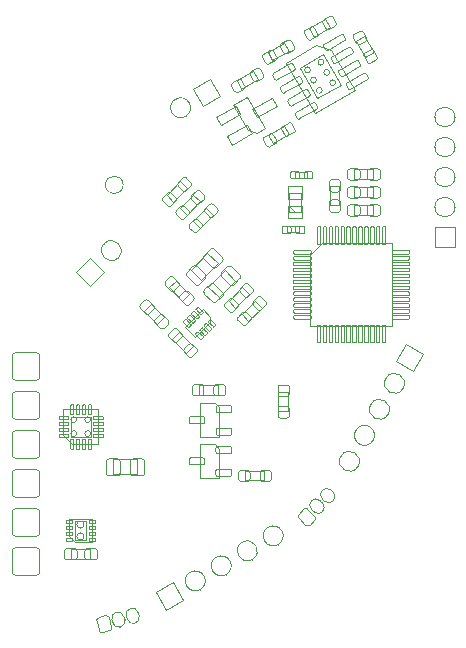
<source format=gbr>
%TF.GenerationSoftware,KiCad,Pcbnew,7.0.7*%
%TF.CreationDate,2023-12-04T17:40:57-05:00*%
%TF.ProjectId,PEEKbot_APS,5045454b-626f-4745-9f41-50532e6b6963,rev?*%
%TF.SameCoordinates,Original*%
%TF.FileFunction,AssemblyDrawing,Bot*%
%FSLAX46Y46*%
G04 Gerber Fmt 4.6, Leading zero omitted, Abs format (unit mm)*
G04 Created by KiCad (PCBNEW 7.0.7) date 2023-12-04 17:40:57*
%MOMM*%
%LPD*%
G01*
G04 APERTURE LIST*
%ADD10C,0.100000*%
%ADD11C,0.100000*%
%TD*%
G04 APERTURE END LIST*
D10*
%TO.C,C17*%
X34424365Y-161983031D02*
X33540481Y-161099147D01*
X33540481Y-161099147D02*
X32126267Y-162513361D01*
X33010151Y-163397245D02*
X34424365Y-161983031D01*
X32126267Y-162513361D02*
X33010151Y-163397245D01*
%TO.C,C16*%
X31425285Y-165140759D02*
X31990970Y-164575074D01*
X31990970Y-164575074D02*
X30859599Y-163443703D01*
X30293914Y-164009388D02*
X31425285Y-165140759D01*
X30859599Y-163443703D02*
X30293914Y-164009388D01*
%TO.C,Q4*%
X34538914Y-180158700D02*
X34538914Y-177658700D01*
X34538914Y-177658700D02*
X34138914Y-177258700D01*
X34138914Y-177258700D02*
X32938914Y-177258700D01*
X32938914Y-180158700D02*
X34538914Y-180158700D01*
X32938914Y-177258700D02*
X32938914Y-180158700D01*
%TO.C,R14*%
X34417411Y-173091196D02*
X34417411Y-172266196D01*
X34417411Y-172266196D02*
X32817411Y-172266196D01*
X32817411Y-173091196D02*
X34417411Y-173091196D01*
X32817411Y-172266196D02*
X32817411Y-173091196D01*
%TO.C,U7*%
X32523341Y-168190339D02*
X31674813Y-167341811D01*
X33796133Y-166917547D02*
X32523341Y-168190339D01*
X33796133Y-166493283D02*
X33796133Y-166917547D01*
X33159737Y-165856887D02*
X33796133Y-166493283D01*
X33159737Y-165856887D02*
X31674813Y-167341811D01*
%TO.C,C9*%
X43908102Y-157038491D02*
X44708102Y-157038491D01*
X44708102Y-157038491D02*
X44708102Y-155438491D01*
X43908102Y-155438491D02*
X43908102Y-157038491D01*
X44708102Y-155438491D02*
X43908102Y-155438491D01*
%TO.C,R19*%
X31707557Y-169545228D02*
X32290920Y-168961865D01*
X32290920Y-168961865D02*
X31159549Y-167830494D01*
X30576186Y-168413857D02*
X31707557Y-169545228D01*
X31159549Y-167830494D02*
X30576186Y-168413857D01*
%TO.C,U8*%
X21787916Y-183596304D02*
X21787916Y-185096304D01*
X22287916Y-185596304D02*
X21787916Y-185096304D01*
X22287916Y-185596304D02*
X23787916Y-185596304D01*
X23787916Y-183596304D02*
X21787916Y-183596304D01*
X23787916Y-185596304D02*
X23787916Y-183596304D01*
%TO.C,Q3*%
X34549907Y-176683896D02*
X34549907Y-174183896D01*
X34549907Y-174183896D02*
X34149907Y-173783896D01*
X34149907Y-173783896D02*
X32949907Y-173783896D01*
X32949907Y-176683896D02*
X34549907Y-176683896D01*
X32949907Y-173783896D02*
X32949907Y-176683896D01*
%TO.C,C15*%
X35897142Y-163455782D02*
X35013258Y-162571898D01*
X35013258Y-162571898D02*
X33599044Y-163986112D01*
X34482928Y-164869996D02*
X35897142Y-163455782D01*
X33599044Y-163986112D02*
X34482928Y-164869996D01*
%TO.C,C14*%
X29297888Y-167115197D02*
X29863573Y-166549512D01*
X29863573Y-166549512D02*
X28732202Y-165418141D01*
X28166517Y-165983826D02*
X29297888Y-167115197D01*
X28732202Y-165418141D02*
X28166517Y-165983826D01*
%TO.C,R21*%
X36429981Y-166269119D02*
X37013344Y-166852482D01*
X37013344Y-166852482D02*
X38144715Y-165721111D01*
X37561352Y-165137748D02*
X36429981Y-166269119D01*
X38144715Y-165721111D02*
X37561352Y-165137748D01*
%TO.C,C1*%
X41284103Y-159358543D02*
X41284103Y-158858543D01*
X41284103Y-158858543D02*
X40284103Y-158858543D01*
X40284103Y-159358543D02*
X41284103Y-159358543D01*
X40284103Y-158858543D02*
X40284103Y-159358543D01*
%TO.C,C7*%
X45946502Y-154008603D02*
X45946502Y-154808603D01*
X45946502Y-154808603D02*
X47546502Y-154808603D01*
X47546502Y-154008603D02*
X45946502Y-154008603D01*
X47546502Y-154808603D02*
X47546502Y-154008603D01*
%TO.C,ESD1*%
X35711060Y-148565981D02*
X36923496Y-147865981D01*
X36946060Y-150705064D02*
X35721060Y-148583302D01*
X36946060Y-150705064D02*
X37707374Y-150923699D01*
X37707374Y-150923699D02*
X38443496Y-150498699D01*
X38443496Y-150498699D02*
X36923496Y-147865981D01*
%TO.C,U1*%
X45995852Y-147289352D02*
X44033352Y-143890203D01*
X44033352Y-143890203D02*
X42701477Y-143533328D01*
X42701477Y-143533328D02*
X40168352Y-144995828D01*
X42618352Y-149239352D02*
X45995852Y-147289352D01*
X40168352Y-144995828D02*
X42618352Y-149239352D01*
%TO.C,C12*%
X25551407Y-178586496D02*
X25551407Y-179836496D01*
X25551407Y-179836496D02*
X27551407Y-179836496D01*
X27551407Y-178586496D02*
X25551407Y-178586496D01*
X27551407Y-179836496D02*
X27551407Y-178586496D01*
%TO.C,R17*%
X38329002Y-180355600D02*
X38329002Y-179530600D01*
X38329002Y-179530600D02*
X36729002Y-179530600D01*
X36729002Y-180355600D02*
X38329002Y-180355600D01*
X36729002Y-179530600D02*
X36729002Y-180355600D01*
%TO.C,R2*%
X42147543Y-142063701D02*
X42560043Y-142778171D01*
X42560043Y-142778171D02*
X43945683Y-141978171D01*
X43533183Y-141263701D02*
X42147543Y-142063701D01*
X43945683Y-141978171D02*
X43533183Y-141263701D01*
%TO.C,R4*%
X36007989Y-146489211D02*
X36420489Y-147203681D01*
X36420489Y-147203681D02*
X37806129Y-146403681D01*
X37393629Y-145689211D02*
X36007989Y-146489211D01*
X37806129Y-146403681D02*
X37393629Y-145689211D01*
%TO.C,R22*%
X32307892Y-158398114D02*
X32891255Y-158981477D01*
X32891255Y-158981477D02*
X34022626Y-157850106D01*
X33439263Y-157266743D02*
X32307892Y-158398114D01*
X34022626Y-157850106D02*
X33439263Y-157266743D01*
%TO.C,R1*%
X46903369Y-144528628D02*
X47617839Y-144116128D01*
X47617839Y-144116128D02*
X46817839Y-142730488D01*
X46103369Y-143142988D02*
X46903369Y-144528628D01*
X46817839Y-142730488D02*
X46103369Y-143142988D01*
%TO.C,R10*%
X40362298Y-172840693D02*
X39537298Y-172840693D01*
X39537298Y-172840693D02*
X39537298Y-174440693D01*
X40362298Y-174440693D02*
X40362298Y-172840693D01*
X39537298Y-174440693D02*
X40362298Y-174440693D01*
%TO.C,C5*%
X45947605Y-155532609D02*
X45947605Y-156332609D01*
X45947605Y-156332609D02*
X47547605Y-156332609D01*
X47547605Y-155532609D02*
X45947605Y-155532609D01*
X47547605Y-156332609D02*
X47547605Y-155532609D01*
%TO.C,C3*%
X40995305Y-154235748D02*
X40995305Y-154735748D01*
X40995305Y-154735748D02*
X41995305Y-154735748D01*
X41995305Y-154235748D02*
X40995305Y-154235748D01*
X41995305Y-154735748D02*
X41995305Y-154235748D01*
%TO.C,C4*%
X38634961Y-144106145D02*
X39034961Y-144798965D01*
X39034961Y-144798965D02*
X40420601Y-143998965D01*
X40020601Y-143306145D02*
X38634961Y-144106145D01*
X40420601Y-143998965D02*
X40020601Y-143306145D01*
%TO.C,C6*%
X45947618Y-157056607D02*
X45947618Y-157856607D01*
X45947618Y-157856607D02*
X47547618Y-157856607D01*
X47547618Y-157056607D02*
X45947618Y-157056607D01*
X47547618Y-157856607D02*
X47547618Y-157056607D01*
%TO.C,R20*%
X35327501Y-165144431D02*
X35910864Y-165727794D01*
X35910864Y-165727794D02*
X37042235Y-164596423D01*
X36458872Y-164013060D02*
X35327501Y-165144431D01*
X37042235Y-164596423D02*
X36458872Y-164013060D01*
%TO.C,R23*%
X30080789Y-156171010D02*
X30664152Y-156754373D01*
X30664152Y-156754373D02*
X31795523Y-155623002D01*
X31212160Y-155039639D02*
X30080789Y-156171010D01*
X31795523Y-155623002D02*
X31212160Y-155039639D01*
%TO.C,U3*%
X49207705Y-160258910D02*
X43207705Y-160258910D01*
X43207705Y-160258910D02*
X42207705Y-161258910D01*
X42207705Y-161258910D02*
X42207705Y-167258910D01*
X49207705Y-167258910D02*
X49207705Y-160258910D01*
X42207705Y-167258910D02*
X49207705Y-167258910D01*
%TO.C,LSE1*%
X40439301Y-157603004D02*
X40439301Y-156003004D01*
X40939301Y-157603004D02*
X40439301Y-157103004D01*
X41439301Y-157603004D02*
X40439301Y-157603004D01*
X40439301Y-156003004D02*
X41439301Y-156003004D01*
X41439301Y-156003004D02*
X41439301Y-157603004D01*
%TO.C,C19*%
X23591099Y-186977508D02*
X23591099Y-186177508D01*
X23591099Y-186177508D02*
X21991099Y-186177508D01*
X21991099Y-186977508D02*
X23591099Y-186977508D01*
X21991099Y-186177508D02*
X21991099Y-186977508D01*
%TO.C,R3*%
X38676860Y-151112964D02*
X39089360Y-151827434D01*
X39089360Y-151827434D02*
X40475000Y-151027434D01*
X40062500Y-150312964D02*
X38676860Y-151112964D01*
X40475000Y-151027434D02*
X40062500Y-150312964D01*
%TO.C,U6*%
X21306501Y-174303900D02*
X21306501Y-176553900D01*
X21306501Y-176553900D02*
X22056501Y-177303900D01*
X22056501Y-177303900D02*
X24306501Y-177303900D01*
X24306501Y-174303900D02*
X21306501Y-174303900D01*
X24306501Y-177303900D02*
X24306501Y-174303900D01*
%TO.C,R24*%
X31194333Y-157284555D02*
X31777696Y-157867918D01*
X31777696Y-157867918D02*
X32909067Y-156736547D01*
X32325704Y-156153184D02*
X31194333Y-157284555D01*
X32909067Y-156736547D02*
X32325704Y-156153184D01*
%TD*%
D11*
%TO.C,H2*%
D10*
X19298613Y-174879090D02*
X19279583Y-174974761D01*
X19225389Y-175055867D01*
X19144283Y-175110061D01*
X19048611Y-175129090D01*
X17248614Y-175129091D01*
X17152943Y-175110061D01*
X17071837Y-175055867D01*
X17017643Y-174974761D01*
X16998614Y-174879089D01*
X16998613Y-173079092D01*
X17017643Y-172983421D01*
X17071837Y-172902315D01*
X17152943Y-172848121D01*
X17248615Y-172829092D01*
X19048612Y-172829091D01*
X19144283Y-172848121D01*
X19225389Y-172902315D01*
X19279583Y-172983421D01*
X19298612Y-173079093D01*
X19298613Y-174879090D01*
%TD*%
%TO.C,J1*%
X32300671Y-147224079D02*
X33772915Y-146374079D01*
X34622915Y-147846323D01*
X33150671Y-148696323D01*
X32300671Y-147224079D01*
X30837088Y-148069079D02*
X30837088Y-148069079D01*
X30837088Y-148069079D02*
G75*
G03*
X31687088Y-149541323I425000J-736122D01*
G01*
X31687088Y-149541323D02*
X31687088Y-149541323D01*
X31687088Y-149541323D02*
G75*
G03*
X30837088Y-148069079I-425000J736122D01*
G01*
%TD*%
D11*
%TO.C,H4*%
D10*
X19298607Y-171577103D02*
X19279577Y-171672774D01*
X19225383Y-171753880D01*
X19144277Y-171808074D01*
X19048605Y-171827103D01*
X17248608Y-171827104D01*
X17152937Y-171808074D01*
X17071831Y-171753880D01*
X17017637Y-171672774D01*
X16998608Y-171577102D01*
X16998607Y-169777105D01*
X17017637Y-169681434D01*
X17071831Y-169600328D01*
X17152937Y-169546134D01*
X17248609Y-169527105D01*
X19048606Y-169527104D01*
X19144277Y-169546134D01*
X19225383Y-169600328D01*
X19279577Y-169681434D01*
X19298606Y-169777106D01*
X19298607Y-171577103D01*
%TD*%
D11*
%TO.C,H5*%
D10*
X19268597Y-188087096D02*
X19249567Y-188182767D01*
X19195373Y-188263873D01*
X19114267Y-188318067D01*
X19018595Y-188337096D01*
X17218598Y-188337097D01*
X17122927Y-188318067D01*
X17041821Y-188263873D01*
X16987627Y-188182767D01*
X16968598Y-188087095D01*
X16968597Y-186287098D01*
X16987627Y-186191427D01*
X17041821Y-186110321D01*
X17122927Y-186056127D01*
X17218599Y-186037098D01*
X19018596Y-186037097D01*
X19114267Y-186056127D01*
X19195373Y-186110321D01*
X19249567Y-186191427D01*
X19268596Y-186287099D01*
X19268597Y-188087096D01*
%TD*%
D11*
%TO.C,H3*%
D10*
X19298617Y-178181104D02*
X19279587Y-178276775D01*
X19225393Y-178357881D01*
X19144287Y-178412075D01*
X19048615Y-178431104D01*
X17248618Y-178431105D01*
X17152947Y-178412075D01*
X17071841Y-178357881D01*
X17017647Y-178276775D01*
X16998618Y-178181103D01*
X16998617Y-176381106D01*
X17017647Y-176285435D01*
X17071841Y-176204329D01*
X17152947Y-176150135D01*
X17248619Y-176131106D01*
X19048616Y-176131105D01*
X19144287Y-176150135D01*
X19225393Y-176204329D01*
X19279587Y-176285435D01*
X19298616Y-176381107D01*
X19298617Y-178181104D01*
%TD*%
D11*
%TO.C,U4*%
D10*
X41268573Y-183527756D02*
X41214401Y-183446682D01*
X41195378Y-183351050D01*
X41214401Y-183255418D01*
X41268573Y-183174344D01*
X41657623Y-182785294D01*
X41738697Y-182731122D01*
X41834329Y-182712099D01*
X41929961Y-182731122D01*
X42011035Y-182785294D01*
X42576861Y-183351120D01*
X42631033Y-183432194D01*
X42650056Y-183527826D01*
X42631033Y-183623458D01*
X42576861Y-183704532D01*
X42187811Y-184093582D01*
X42106737Y-184147754D01*
X42011105Y-184166777D01*
X41915473Y-184147754D01*
X41834399Y-184093582D01*
X41268573Y-183527756D01*
X42361124Y-182824255D02*
X42537900Y-183001031D01*
X42537900Y-183001031D02*
G75*
G03*
X43280362Y-182258569I371231J371231D01*
G01*
X43280362Y-182258569D02*
X43103586Y-182081793D01*
X43103586Y-182081793D02*
G75*
G03*
X42361124Y-182824255I-371231J-371231D01*
G01*
X43259149Y-181926230D02*
X43435925Y-182103006D01*
X43435925Y-182103006D02*
G75*
G03*
X44178387Y-181360544I371231J371231D01*
G01*
X44178387Y-181360544D02*
X44001611Y-181183768D01*
X44001611Y-181183768D02*
G75*
G03*
X43259149Y-181926230I-371231J-371231D01*
G01*
%TD*%
%TO.C,J3*%
X52792826Y-158905108D02*
X52792826Y-160605108D01*
X54492826Y-160605108D01*
X54492826Y-158905108D01*
X52792826Y-158905108D01*
X54492826Y-157215108D02*
X54492826Y-157215108D01*
X54492826Y-157215108D02*
G75*
G03*
X52792826Y-157215108I-850000J0D01*
G01*
X52792826Y-157215108D02*
X52792826Y-157215108D01*
X52792826Y-157215108D02*
G75*
G03*
X54492826Y-157215108I850000J0D01*
G01*
X54492826Y-154675108D02*
X54492826Y-154675108D01*
X54492826Y-154675108D02*
G75*
G03*
X52792826Y-154675108I-850000J0D01*
G01*
X52792826Y-154675108D02*
X52792826Y-154675108D01*
X52792826Y-154675108D02*
G75*
G03*
X54492826Y-154675108I850000J0D01*
G01*
X54492826Y-152135108D02*
X54492826Y-152135108D01*
X54492826Y-152135108D02*
G75*
G03*
X52792826Y-152135108I-850000J0D01*
G01*
X52792826Y-152135108D02*
X52792826Y-152135108D01*
X52792826Y-152135108D02*
G75*
G03*
X54492826Y-152135108I850000J0D01*
G01*
X54492826Y-149595108D02*
X54492826Y-149595108D01*
X54492826Y-149595108D02*
G75*
G03*
X52792826Y-149595108I-850000J0D01*
G01*
X52792826Y-149595108D02*
X52792826Y-149595108D01*
X52792826Y-149595108D02*
G75*
G03*
X54492826Y-149595108I850000J0D01*
G01*
%TD*%
D11*
%TO.C,H6*%
D10*
X19298593Y-184785097D02*
X19279563Y-184880768D01*
X19225369Y-184961874D01*
X19144263Y-185016068D01*
X19048591Y-185035097D01*
X17248594Y-185035098D01*
X17152923Y-185016068D01*
X17071817Y-184961874D01*
X17017623Y-184880768D01*
X16998594Y-184785096D01*
X16998593Y-182985099D01*
X17017623Y-182889428D01*
X17071817Y-182808322D01*
X17152923Y-182754128D01*
X17248595Y-182735099D01*
X19048592Y-182735098D01*
X19144263Y-182754128D01*
X19225369Y-182808322D01*
X19279563Y-182889428D01*
X19298592Y-182985100D01*
X19298593Y-184785097D01*
%TD*%
%TO.C,J4*%
X49481982Y-170250741D02*
X50331982Y-168778497D01*
X51804226Y-169628497D01*
X50954226Y-171100741D01*
X49481982Y-170250741D01*
X48636982Y-171714324D02*
X48636982Y-171714324D01*
X48636982Y-171714324D02*
G75*
G03*
X50109226Y-172564324I736122J-425000D01*
G01*
X50109226Y-172564324D02*
X50109226Y-172564324D01*
X50109226Y-172564324D02*
G75*
G03*
X48636982Y-171714324I-736122J425000D01*
G01*
X47366982Y-173914028D02*
X47366982Y-173914028D01*
X47366982Y-173914028D02*
G75*
G03*
X48839226Y-174764028I736122J-425000D01*
G01*
X48839226Y-174764028D02*
X48839226Y-174764028D01*
X48839226Y-174764028D02*
G75*
G03*
X47366982Y-173914028I-736122J425000D01*
G01*
X46096982Y-176113733D02*
X46096982Y-176113733D01*
X46096982Y-176113733D02*
G75*
G03*
X47569226Y-176963733I736122J-425000D01*
G01*
X47569226Y-176963733D02*
X47569226Y-176963733D01*
X47569226Y-176963733D02*
G75*
G03*
X46096982Y-176113733I-736122J425000D01*
G01*
X44826982Y-178313437D02*
X44826982Y-178313437D01*
X44826982Y-178313437D02*
G75*
G03*
X46299226Y-179163437I736122J-425000D01*
G01*
X46299226Y-179163437D02*
X46299226Y-179163437D01*
X46299226Y-179163437D02*
G75*
G03*
X44826982Y-178313437I-736122J425000D01*
G01*
%TD*%
%TO.C,J5*%
X24803320Y-162701477D02*
X23601238Y-163903559D01*
X22399156Y-162701477D01*
X23601238Y-161499395D01*
X24803320Y-162701477D01*
X25998330Y-161506467D02*
X25998330Y-161506467D01*
X25998330Y-161506467D02*
G75*
G03*
X24796248Y-160304385I-601041J601041D01*
G01*
X24796248Y-160304385D02*
X24796248Y-160304385D01*
X24796248Y-160304385D02*
G75*
G03*
X25998330Y-161506467I601041J-601041D01*
G01*
%TD*%
D11*
%TO.C,U2*%
D10*
X24150326Y-192232978D02*
X24143950Y-192135680D01*
X24175292Y-192043349D01*
X24239582Y-191970041D01*
X24327032Y-191926914D01*
X24858485Y-191784512D01*
X24955783Y-191778135D01*
X25048114Y-191809477D01*
X25121422Y-191873767D01*
X25164549Y-191961218D01*
X25371656Y-192734152D01*
X25378032Y-192831450D01*
X25346690Y-192923781D01*
X25282400Y-192997089D01*
X25194950Y-193040216D01*
X24663497Y-193182618D01*
X24566199Y-193188995D01*
X24473868Y-193157653D01*
X24400560Y-193093363D01*
X24357433Y-193005912D01*
X24150326Y-192232978D01*
X25448254Y-192170004D02*
X25512958Y-192411486D01*
X25512958Y-192411486D02*
G75*
G03*
X26527180Y-192139726I507111J135880D01*
G01*
X26527180Y-192139726D02*
X26462476Y-191898244D01*
X26462476Y-191898244D02*
G75*
G03*
X25448254Y-192170004I-507111J-135880D01*
G01*
X26674980Y-191841304D02*
X26739684Y-192082786D01*
X26739684Y-192082786D02*
G75*
G03*
X27753906Y-191811026I507111J135880D01*
G01*
X27753906Y-191811026D02*
X27689202Y-191569544D01*
X27689202Y-191569544D02*
G75*
G03*
X26674980Y-191841304I-507111J-135880D01*
G01*
%TD*%
%TO.C,J2*%
X31471432Y-190444610D02*
X29999188Y-191294610D01*
X29149188Y-189822366D01*
X30621432Y-188972366D01*
X31471432Y-190444610D01*
X32935015Y-189599610D02*
X32935015Y-189599610D01*
X32935015Y-189599610D02*
G75*
G03*
X32085015Y-188127366I-425000J736122D01*
G01*
X32085015Y-188127366D02*
X32085015Y-188127366D01*
X32085015Y-188127366D02*
G75*
G03*
X32935015Y-189599610I425000J-736122D01*
G01*
X35134719Y-188329610D02*
X35134719Y-188329610D01*
X35134719Y-188329610D02*
G75*
G03*
X34284719Y-186857366I-425000J736122D01*
G01*
X34284719Y-186857366D02*
X34284719Y-186857366D01*
X34284719Y-186857366D02*
G75*
G03*
X35134719Y-188329610I425000J-736122D01*
G01*
X37334424Y-187059610D02*
X37334424Y-187059610D01*
X37334424Y-187059610D02*
G75*
G03*
X36484424Y-185587366I-425000J736122D01*
G01*
X36484424Y-185587366D02*
X36484424Y-185587366D01*
X36484424Y-185587366D02*
G75*
G03*
X37334424Y-187059610I425000J-736122D01*
G01*
X39534128Y-185789610D02*
X39534128Y-185789610D01*
X39534128Y-185789610D02*
G75*
G03*
X38684128Y-184317366I-425000J736122D01*
G01*
X38684128Y-184317366D02*
X38684128Y-184317366D01*
X38684128Y-184317366D02*
G75*
G03*
X39534128Y-185789610I425000J-736122D01*
G01*
%TD*%
D11*
%TO.C,H1*%
D10*
X19298596Y-181483102D02*
X19279566Y-181578773D01*
X19225372Y-181659879D01*
X19144266Y-181714073D01*
X19048594Y-181733102D01*
X17248597Y-181733103D01*
X17152926Y-181714073D01*
X17071820Y-181659879D01*
X17017626Y-181578773D01*
X16998597Y-181483101D01*
X16998596Y-179683104D01*
X17017626Y-179587433D01*
X17071820Y-179506327D01*
X17152926Y-179452133D01*
X17248598Y-179433104D01*
X19048595Y-179433103D01*
X19144266Y-179452133D01*
X19225372Y-179506327D01*
X19279566Y-179587433D01*
X19298595Y-179683105D01*
X19298596Y-181483102D01*
%TD*%
D11*
%TO.C,C17*%
D10*
X34760240Y-161435023D02*
X34814433Y-161516129D01*
X34833464Y-161611800D01*
X34814433Y-161707471D01*
X34760240Y-161788577D01*
X34282943Y-162265874D01*
X34201837Y-162320067D01*
X34106166Y-162339098D01*
X34010495Y-162320067D01*
X33929389Y-162265874D01*
X33257638Y-161594123D01*
X33203445Y-161513017D01*
X33184414Y-161417346D01*
X33203445Y-161321675D01*
X33257638Y-161240569D01*
X33734935Y-160763272D01*
X33816041Y-160709079D01*
X33911712Y-160690048D01*
X34007383Y-160709079D01*
X34088489Y-160763272D01*
X34760240Y-161435023D01*
D11*
D10*
X33292994Y-162902269D02*
X33347187Y-162983375D01*
X33366218Y-163079046D01*
X33347187Y-163174717D01*
X33292994Y-163255823D01*
X32815697Y-163733120D01*
X32734591Y-163787313D01*
X32638920Y-163806344D01*
X32543249Y-163787313D01*
X32462143Y-163733120D01*
X31790392Y-163061369D01*
X31736199Y-162980263D01*
X31717168Y-162884592D01*
X31736199Y-162788921D01*
X31790392Y-162707815D01*
X32267689Y-162230518D01*
X32348795Y-162176325D01*
X32444466Y-162157294D01*
X32540137Y-162176325D01*
X32621243Y-162230518D01*
X33292994Y-162902269D01*
%TD*%
D11*
%TO.C,C16*%
D10*
X31964454Y-165450119D02*
X31887403Y-165501602D01*
X31796516Y-165519681D01*
X31705629Y-165501602D01*
X31628578Y-165450119D01*
X31204314Y-165025855D01*
X31152831Y-164948804D01*
X31134752Y-164857917D01*
X31152831Y-164767030D01*
X31204314Y-164689979D01*
X31540190Y-164354103D01*
X31617241Y-164302620D01*
X31708128Y-164284541D01*
X31799015Y-164302620D01*
X31876066Y-164354103D01*
X32300330Y-164778367D01*
X32351813Y-164855418D01*
X32369892Y-164946305D01*
X32351813Y-165037192D01*
X32300330Y-165114243D01*
X31964454Y-165450119D01*
D11*
D10*
X30744694Y-164230359D02*
X30667643Y-164281842D01*
X30576756Y-164299921D01*
X30485869Y-164281842D01*
X30408818Y-164230359D01*
X29984554Y-163806095D01*
X29933071Y-163729044D01*
X29914992Y-163638157D01*
X29933071Y-163547270D01*
X29984554Y-163470219D01*
X30320430Y-163134343D01*
X30397481Y-163082860D01*
X30488368Y-163064781D01*
X30579255Y-163082860D01*
X30656306Y-163134343D01*
X31080570Y-163558607D01*
X31132053Y-163635658D01*
X31150132Y-163726545D01*
X31132053Y-163817432D01*
X31080570Y-163894483D01*
X30744694Y-164230359D01*
%TD*%
D11*
%TO.C,Q4*%
D10*
X35538914Y-177908700D02*
X35527496Y-177966103D01*
X35494980Y-178014766D01*
X35446317Y-178047282D01*
X35388914Y-178058700D01*
X34363914Y-178058700D01*
X34306511Y-178047282D01*
X34257848Y-178014766D01*
X34225332Y-177966103D01*
X34213914Y-177908700D01*
X34213914Y-177608700D01*
X34225332Y-177551297D01*
X34257848Y-177502634D01*
X34306511Y-177470118D01*
X34363914Y-177458700D01*
X35388914Y-177458700D01*
X35446317Y-177470118D01*
X35494980Y-177502634D01*
X35527496Y-177551297D01*
X35538914Y-177608700D01*
X35538914Y-177908700D01*
D11*
D10*
X35538914Y-179808700D02*
X35527496Y-179866103D01*
X35494980Y-179914766D01*
X35446317Y-179947282D01*
X35388914Y-179958700D01*
X34363914Y-179958700D01*
X34306511Y-179947282D01*
X34257848Y-179914766D01*
X34225332Y-179866103D01*
X34213914Y-179808700D01*
X34213914Y-179508700D01*
X34225332Y-179451297D01*
X34257848Y-179402634D01*
X34306511Y-179370118D01*
X34363914Y-179358700D01*
X35388914Y-179358700D01*
X35446317Y-179370118D01*
X35494980Y-179402634D01*
X35527496Y-179451297D01*
X35538914Y-179508700D01*
X35538914Y-179808700D01*
D11*
D10*
X33263914Y-178858700D02*
X33252496Y-178916103D01*
X33219980Y-178964766D01*
X33171317Y-178997282D01*
X33113914Y-179008700D01*
X32088914Y-179008700D01*
X32031511Y-178997282D01*
X31982848Y-178964766D01*
X31950332Y-178916103D01*
X31938914Y-178858700D01*
X31938914Y-178558700D01*
X31950332Y-178501297D01*
X31982848Y-178452634D01*
X32031511Y-178420118D01*
X32088914Y-178408700D01*
X33113914Y-178408700D01*
X33171317Y-178420118D01*
X33219980Y-178452634D01*
X33252496Y-178501297D01*
X33263914Y-178558700D01*
X33263914Y-178858700D01*
%TD*%
D11*
%TO.C,R14*%
D10*
X35017411Y-172916196D02*
X34999332Y-173007083D01*
X34947849Y-173084134D01*
X34870798Y-173135617D01*
X34779911Y-173153696D01*
X34279911Y-173153696D01*
X34189024Y-173135617D01*
X34111973Y-173084134D01*
X34060490Y-173007083D01*
X34042411Y-172916196D01*
X34042411Y-172441196D01*
X34060490Y-172350309D01*
X34111973Y-172273258D01*
X34189024Y-172221775D01*
X34279911Y-172203696D01*
X34779911Y-172203696D01*
X34870798Y-172221775D01*
X34947849Y-172273258D01*
X34999332Y-172350309D01*
X35017411Y-172441196D01*
X35017411Y-172916196D01*
D11*
D10*
X33192411Y-172916196D02*
X33174332Y-173007083D01*
X33122849Y-173084134D01*
X33045798Y-173135617D01*
X32954911Y-173153696D01*
X32454911Y-173153696D01*
X32364024Y-173135617D01*
X32286973Y-173084134D01*
X32235490Y-173007083D01*
X32217411Y-172916196D01*
X32217411Y-172441196D01*
X32235490Y-172350309D01*
X32286973Y-172273258D01*
X32364024Y-172221775D01*
X32454911Y-172203696D01*
X32954911Y-172203696D01*
X33045798Y-172221775D01*
X33122849Y-172273258D01*
X33174332Y-172350309D01*
X33192411Y-172441196D01*
X33192411Y-172916196D01*
%TD*%
D11*
%TO.C,U7*%
D10*
X34061298Y-167324133D02*
X34045077Y-167334972D01*
X34025943Y-167338778D01*
X34006808Y-167334972D01*
X33990587Y-167324133D01*
X33587537Y-166921083D01*
X33576698Y-166904862D01*
X33572892Y-166885727D01*
X33576698Y-166866593D01*
X33587537Y-166850372D01*
X33728958Y-166708951D01*
X33745179Y-166698112D01*
X33764313Y-166694306D01*
X33783448Y-166698112D01*
X33799669Y-166708951D01*
X34202719Y-167112001D01*
X34213558Y-167128222D01*
X34217364Y-167147357D01*
X34213558Y-167166491D01*
X34202719Y-167182712D01*
X34061298Y-167324133D01*
D11*
D10*
X33707745Y-167677686D02*
X33691524Y-167688525D01*
X33672390Y-167692331D01*
X33653255Y-167688525D01*
X33637034Y-167677686D01*
X33233984Y-167274636D01*
X33223145Y-167258415D01*
X33219339Y-167239280D01*
X33223145Y-167220146D01*
X33233984Y-167203925D01*
X33375405Y-167062504D01*
X33391626Y-167051665D01*
X33410760Y-167047859D01*
X33429895Y-167051665D01*
X33446116Y-167062504D01*
X33849166Y-167465554D01*
X33860005Y-167481775D01*
X33863811Y-167500910D01*
X33860005Y-167520044D01*
X33849166Y-167536265D01*
X33707745Y-167677686D01*
D11*
D10*
X33354191Y-168031240D02*
X33337970Y-168042079D01*
X33318836Y-168045885D01*
X33299701Y-168042079D01*
X33283480Y-168031240D01*
X32880430Y-167628190D01*
X32869591Y-167611969D01*
X32865785Y-167592834D01*
X32869591Y-167573700D01*
X32880430Y-167557479D01*
X33021851Y-167416058D01*
X33038072Y-167405219D01*
X33057206Y-167401413D01*
X33076341Y-167405219D01*
X33092562Y-167416058D01*
X33495612Y-167819108D01*
X33506451Y-167835329D01*
X33510257Y-167854464D01*
X33506451Y-167873598D01*
X33495612Y-167889819D01*
X33354191Y-168031240D01*
D11*
D10*
X33000638Y-168384793D02*
X32984417Y-168395632D01*
X32965283Y-168399438D01*
X32946148Y-168395632D01*
X32929927Y-168384793D01*
X32526877Y-167981743D01*
X32516038Y-167965522D01*
X32512232Y-167946387D01*
X32516038Y-167927253D01*
X32526877Y-167911032D01*
X32668298Y-167769611D01*
X32684519Y-167758772D01*
X32703653Y-167754966D01*
X32722788Y-167758772D01*
X32739009Y-167769611D01*
X33142059Y-168172661D01*
X33152898Y-168188882D01*
X33156704Y-168208017D01*
X33152898Y-168227151D01*
X33142059Y-168243372D01*
X33000638Y-168384793D01*
D11*
D10*
X31954120Y-167338275D02*
X31937899Y-167349114D01*
X31918765Y-167352920D01*
X31899630Y-167349114D01*
X31883409Y-167338275D01*
X31480359Y-166935225D01*
X31469520Y-166919004D01*
X31465714Y-166899869D01*
X31469520Y-166880735D01*
X31480359Y-166864514D01*
X31621780Y-166723093D01*
X31638001Y-166712254D01*
X31657135Y-166708448D01*
X31676270Y-166712254D01*
X31692491Y-166723093D01*
X32095541Y-167126143D01*
X32106380Y-167142364D01*
X32110186Y-167161499D01*
X32106380Y-167180633D01*
X32095541Y-167196854D01*
X31954120Y-167338275D01*
D11*
D10*
X32307673Y-166984722D02*
X32291452Y-166995561D01*
X32272318Y-166999367D01*
X32253183Y-166995561D01*
X32236962Y-166984722D01*
X31833912Y-166581672D01*
X31823073Y-166565451D01*
X31819267Y-166546316D01*
X31823073Y-166527182D01*
X31833912Y-166510961D01*
X31975333Y-166369540D01*
X31991554Y-166358701D01*
X32010688Y-166354895D01*
X32029823Y-166358701D01*
X32046044Y-166369540D01*
X32449094Y-166772590D01*
X32459933Y-166788811D01*
X32463739Y-166807946D01*
X32459933Y-166827080D01*
X32449094Y-166843301D01*
X32307673Y-166984722D01*
D11*
D10*
X32661227Y-166631168D02*
X32645006Y-166642007D01*
X32625872Y-166645813D01*
X32606737Y-166642007D01*
X32590516Y-166631168D01*
X32187466Y-166228118D01*
X32176627Y-166211897D01*
X32172821Y-166192762D01*
X32176627Y-166173628D01*
X32187466Y-166157407D01*
X32328887Y-166015986D01*
X32345108Y-166005147D01*
X32364242Y-166001341D01*
X32383377Y-166005147D01*
X32399598Y-166015986D01*
X32802648Y-166419036D01*
X32813487Y-166435257D01*
X32817293Y-166454392D01*
X32813487Y-166473526D01*
X32802648Y-166489747D01*
X32661227Y-166631168D01*
D11*
D10*
X33014780Y-166277615D02*
X32998559Y-166288454D01*
X32979425Y-166292260D01*
X32960290Y-166288454D01*
X32944069Y-166277615D01*
X32541019Y-165874565D01*
X32530180Y-165858344D01*
X32526374Y-165839209D01*
X32530180Y-165820075D01*
X32541019Y-165803854D01*
X32682440Y-165662433D01*
X32698661Y-165651594D01*
X32717795Y-165647788D01*
X32736930Y-165651594D01*
X32753151Y-165662433D01*
X33156201Y-166065483D01*
X33167040Y-166081704D01*
X33170846Y-166100839D01*
X33167040Y-166119973D01*
X33156201Y-166136194D01*
X33014780Y-166277615D01*
%TD*%
D11*
%TO.C,C9*%
D10*
X44070602Y-157638491D02*
X43979715Y-157620412D01*
X43902664Y-157568929D01*
X43851181Y-157491878D01*
X43833102Y-157400991D01*
X43833102Y-156800991D01*
X43851181Y-156710104D01*
X43902664Y-156633053D01*
X43979715Y-156581570D01*
X44070602Y-156563491D01*
X44545602Y-156563491D01*
X44636489Y-156581570D01*
X44713540Y-156633053D01*
X44765023Y-156710104D01*
X44783102Y-156800991D01*
X44783102Y-157400991D01*
X44765023Y-157491878D01*
X44713540Y-157568929D01*
X44636489Y-157620412D01*
X44545602Y-157638491D01*
X44070602Y-157638491D01*
D11*
D10*
X44070602Y-155913491D02*
X43979715Y-155895412D01*
X43902664Y-155843929D01*
X43851181Y-155766878D01*
X43833102Y-155675991D01*
X43833102Y-155075991D01*
X43851181Y-154985104D01*
X43902664Y-154908053D01*
X43979715Y-154856570D01*
X44070602Y-154838491D01*
X44545602Y-154838491D01*
X44636489Y-154856570D01*
X44713540Y-154908053D01*
X44765023Y-154985104D01*
X44783102Y-155075991D01*
X44783102Y-155675991D01*
X44765023Y-155766878D01*
X44713540Y-155843929D01*
X44636489Y-155895412D01*
X44545602Y-155913491D01*
X44070602Y-155913491D01*
%TD*%
D11*
%TO.C,R19*%
D10*
X32255565Y-169845748D02*
X32178514Y-169897231D01*
X32087627Y-169915311D01*
X31996740Y-169897231D01*
X31919689Y-169845748D01*
X31566136Y-169492195D01*
X31514653Y-169415144D01*
X31496573Y-169324257D01*
X31514653Y-169233370D01*
X31566136Y-169156319D01*
X31902011Y-168820444D01*
X31979062Y-168768961D01*
X32069949Y-168750881D01*
X32160836Y-168768961D01*
X32237887Y-168820444D01*
X32591440Y-169173997D01*
X32642923Y-169251048D01*
X32661003Y-169341935D01*
X32642923Y-169432822D01*
X32591440Y-169509873D01*
X32255565Y-169845748D01*
D11*
D10*
X30965095Y-168555278D02*
X30888044Y-168606761D01*
X30797157Y-168624841D01*
X30706270Y-168606761D01*
X30629219Y-168555278D01*
X30275666Y-168201725D01*
X30224183Y-168124674D01*
X30206103Y-168033787D01*
X30224183Y-167942900D01*
X30275666Y-167865849D01*
X30611541Y-167529974D01*
X30688592Y-167478491D01*
X30779479Y-167460411D01*
X30870366Y-167478491D01*
X30947417Y-167529974D01*
X31300970Y-167883527D01*
X31352453Y-167960578D01*
X31370533Y-168051465D01*
X31352453Y-168142352D01*
X31300970Y-168219403D01*
X30965095Y-168555278D01*
%TD*%
%TO.C,U8*%
X21587916Y-185221304D02*
X21587916Y-185471304D01*
X22087916Y-185471304D01*
X22087916Y-185221304D01*
X21587916Y-185221304D01*
X21587916Y-184721304D02*
X21587916Y-184971304D01*
X22087916Y-184971304D01*
X22087916Y-184721304D01*
X21587916Y-184721304D01*
X21587916Y-184221304D02*
X21587916Y-184471304D01*
X22087916Y-184471304D01*
X22087916Y-184221304D01*
X21587916Y-184221304D01*
X21587916Y-183721304D02*
X21587916Y-183971304D01*
X22087916Y-183971304D01*
X22087916Y-183721304D01*
X21587916Y-183721304D01*
X23487916Y-183721304D02*
X23487916Y-183971304D01*
X23987916Y-183971304D01*
X23987916Y-183721304D01*
X23487916Y-183721304D01*
X23487916Y-184221304D02*
X23487916Y-184471304D01*
X23987916Y-184471304D01*
X23987916Y-184221304D01*
X23487916Y-184221304D01*
X23487916Y-184721304D02*
X23487916Y-184971304D01*
X23987916Y-184971304D01*
X23987916Y-184721304D01*
X23487916Y-184721304D01*
X23487916Y-185221304D02*
X23487916Y-185471304D01*
X23987916Y-185471304D01*
X23987916Y-185221304D01*
X23487916Y-185221304D01*
X23087916Y-184096304D02*
G75*
G03*
X23087916Y-184096304I-300000J0D01*
G01*
X22337916Y-183796304D02*
X22337916Y-185396304D01*
X23237916Y-185396304D01*
X23237916Y-183796304D01*
X22337916Y-183796304D01*
X23087916Y-185096304D02*
G75*
G03*
X23087916Y-185096304I-300000J0D01*
G01*
%TD*%
D11*
%TO.C,Q3*%
D10*
X35549907Y-174433896D02*
X35538489Y-174491299D01*
X35505973Y-174539962D01*
X35457310Y-174572478D01*
X35399907Y-174583896D01*
X34374907Y-174583896D01*
X34317504Y-174572478D01*
X34268841Y-174539962D01*
X34236325Y-174491299D01*
X34224907Y-174433896D01*
X34224907Y-174133896D01*
X34236325Y-174076493D01*
X34268841Y-174027830D01*
X34317504Y-173995314D01*
X34374907Y-173983896D01*
X35399907Y-173983896D01*
X35457310Y-173995314D01*
X35505973Y-174027830D01*
X35538489Y-174076493D01*
X35549907Y-174133896D01*
X35549907Y-174433896D01*
D11*
D10*
X35549907Y-176333896D02*
X35538489Y-176391299D01*
X35505973Y-176439962D01*
X35457310Y-176472478D01*
X35399907Y-176483896D01*
X34374907Y-176483896D01*
X34317504Y-176472478D01*
X34268841Y-176439962D01*
X34236325Y-176391299D01*
X34224907Y-176333896D01*
X34224907Y-176033896D01*
X34236325Y-175976493D01*
X34268841Y-175927830D01*
X34317504Y-175895314D01*
X34374907Y-175883896D01*
X35399907Y-175883896D01*
X35457310Y-175895314D01*
X35505973Y-175927830D01*
X35538489Y-175976493D01*
X35549907Y-176033896D01*
X35549907Y-176333896D01*
D11*
D10*
X33274907Y-175383896D02*
X33263489Y-175441299D01*
X33230973Y-175489962D01*
X33182310Y-175522478D01*
X33124907Y-175533896D01*
X32099907Y-175533896D01*
X32042504Y-175522478D01*
X31993841Y-175489962D01*
X31961325Y-175441299D01*
X31949907Y-175383896D01*
X31949907Y-175083896D01*
X31961325Y-175026493D01*
X31993841Y-174977830D01*
X32042504Y-174945314D01*
X32099907Y-174933896D01*
X33124907Y-174933896D01*
X33182310Y-174945314D01*
X33230973Y-174977830D01*
X33263489Y-175026493D01*
X33274907Y-175083896D01*
X33274907Y-175383896D01*
%TD*%
D11*
%TO.C,C15*%
D10*
X36233017Y-162907774D02*
X36287210Y-162988880D01*
X36306241Y-163084551D01*
X36287210Y-163180222D01*
X36233017Y-163261328D01*
X35755720Y-163738625D01*
X35674614Y-163792818D01*
X35578943Y-163811849D01*
X35483272Y-163792818D01*
X35402166Y-163738625D01*
X34730415Y-163066874D01*
X34676222Y-162985768D01*
X34657191Y-162890097D01*
X34676222Y-162794426D01*
X34730415Y-162713320D01*
X35207712Y-162236023D01*
X35288818Y-162181830D01*
X35384489Y-162162799D01*
X35480160Y-162181830D01*
X35561266Y-162236023D01*
X36233017Y-162907774D01*
D11*
D10*
X34765771Y-164375020D02*
X34819964Y-164456126D01*
X34838995Y-164551797D01*
X34819964Y-164647468D01*
X34765771Y-164728574D01*
X34288474Y-165205871D01*
X34207368Y-165260064D01*
X34111697Y-165279095D01*
X34016026Y-165260064D01*
X33934920Y-165205871D01*
X33263169Y-164534120D01*
X33208976Y-164453014D01*
X33189945Y-164357343D01*
X33208976Y-164261672D01*
X33263169Y-164180566D01*
X33740466Y-163703269D01*
X33821572Y-163649076D01*
X33917243Y-163630045D01*
X34012914Y-163649076D01*
X34094020Y-163703269D01*
X34765771Y-164375020D01*
%TD*%
D11*
%TO.C,C14*%
D10*
X29837057Y-167424557D02*
X29760006Y-167476040D01*
X29669119Y-167494119D01*
X29578232Y-167476040D01*
X29501181Y-167424557D01*
X29076917Y-167000293D01*
X29025434Y-166923242D01*
X29007355Y-166832355D01*
X29025434Y-166741468D01*
X29076917Y-166664417D01*
X29412793Y-166328541D01*
X29489844Y-166277058D01*
X29580731Y-166258979D01*
X29671618Y-166277058D01*
X29748669Y-166328541D01*
X30172933Y-166752805D01*
X30224416Y-166829856D01*
X30242495Y-166920743D01*
X30224416Y-167011630D01*
X30172933Y-167088681D01*
X29837057Y-167424557D01*
D11*
D10*
X28617297Y-166204797D02*
X28540246Y-166256280D01*
X28449359Y-166274359D01*
X28358472Y-166256280D01*
X28281421Y-166204797D01*
X27857157Y-165780533D01*
X27805674Y-165703482D01*
X27787595Y-165612595D01*
X27805674Y-165521708D01*
X27857157Y-165444657D01*
X28193033Y-165108781D01*
X28270084Y-165057298D01*
X28360971Y-165039219D01*
X28451858Y-165057298D01*
X28528909Y-165108781D01*
X28953173Y-165533045D01*
X29004656Y-165610096D01*
X29022735Y-165700983D01*
X29004656Y-165791870D01*
X28953173Y-165868921D01*
X28617297Y-166204797D01*
%TD*%
D11*
%TO.C,R21*%
D10*
X36129461Y-166817127D02*
X36077978Y-166740076D01*
X36059898Y-166649189D01*
X36077978Y-166558302D01*
X36129461Y-166481251D01*
X36483014Y-166127698D01*
X36560065Y-166076215D01*
X36650952Y-166058135D01*
X36741839Y-166076215D01*
X36818890Y-166127698D01*
X37154765Y-166463573D01*
X37206248Y-166540624D01*
X37224328Y-166631511D01*
X37206248Y-166722398D01*
X37154765Y-166799449D01*
X36801212Y-167153002D01*
X36724161Y-167204485D01*
X36633274Y-167222565D01*
X36542387Y-167204485D01*
X36465336Y-167153002D01*
X36129461Y-166817127D01*
D11*
D10*
X37419931Y-165526657D02*
X37368448Y-165449606D01*
X37350368Y-165358719D01*
X37368448Y-165267832D01*
X37419931Y-165190781D01*
X37773484Y-164837228D01*
X37850535Y-164785745D01*
X37941422Y-164767665D01*
X38032309Y-164785745D01*
X38109360Y-164837228D01*
X38445235Y-165173103D01*
X38496718Y-165250154D01*
X38514798Y-165341041D01*
X38496718Y-165431928D01*
X38445235Y-165508979D01*
X38091682Y-165862532D01*
X38014631Y-165914015D01*
X37923744Y-165932095D01*
X37832857Y-165914015D01*
X37755806Y-165862532D01*
X37419931Y-165526657D01*
%TD*%
D11*
%TO.C,C1*%
D10*
X41719103Y-159263543D02*
X41707304Y-159322859D01*
X41673705Y-159373145D01*
X41623419Y-159406744D01*
X41564103Y-159418543D01*
X41139103Y-159418543D01*
X41079787Y-159406744D01*
X41029501Y-159373145D01*
X40995902Y-159322859D01*
X40984103Y-159263543D01*
X40984103Y-158953543D01*
X40995902Y-158894227D01*
X41029501Y-158843941D01*
X41079787Y-158810342D01*
X41139103Y-158798543D01*
X41564103Y-158798543D01*
X41623419Y-158810342D01*
X41673705Y-158843941D01*
X41707304Y-158894227D01*
X41719103Y-158953543D01*
X41719103Y-159263543D01*
D11*
D10*
X40584103Y-159263543D02*
X40572304Y-159322859D01*
X40538705Y-159373145D01*
X40488419Y-159406744D01*
X40429103Y-159418543D01*
X40004103Y-159418543D01*
X39944787Y-159406744D01*
X39894501Y-159373145D01*
X39860902Y-159322859D01*
X39849103Y-159263543D01*
X39849103Y-158953543D01*
X39860902Y-158894227D01*
X39894501Y-158843941D01*
X39944787Y-158810342D01*
X40004103Y-158798543D01*
X40429103Y-158798543D01*
X40488419Y-158810342D01*
X40538705Y-158843941D01*
X40572304Y-158894227D01*
X40584103Y-158953543D01*
X40584103Y-159263543D01*
%TD*%
D11*
%TO.C,C7*%
D10*
X45346502Y-154171103D02*
X45364581Y-154080216D01*
X45416064Y-154003165D01*
X45493115Y-153951682D01*
X45584002Y-153933603D01*
X46184002Y-153933603D01*
X46274889Y-153951682D01*
X46351940Y-154003165D01*
X46403423Y-154080216D01*
X46421502Y-154171103D01*
X46421502Y-154646103D01*
X46403423Y-154736990D01*
X46351940Y-154814041D01*
X46274889Y-154865524D01*
X46184002Y-154883603D01*
X45584002Y-154883603D01*
X45493115Y-154865524D01*
X45416064Y-154814041D01*
X45364581Y-154736990D01*
X45346502Y-154646103D01*
X45346502Y-154171103D01*
D11*
D10*
X47071502Y-154171103D02*
X47089581Y-154080216D01*
X47141064Y-154003165D01*
X47218115Y-153951682D01*
X47309002Y-153933603D01*
X47909002Y-153933603D01*
X47999889Y-153951682D01*
X48076940Y-154003165D01*
X48128423Y-154080216D01*
X48146502Y-154171103D01*
X48146502Y-154646103D01*
X48128423Y-154736990D01*
X48076940Y-154814041D01*
X47999889Y-154865524D01*
X47909002Y-154883603D01*
X47309002Y-154883603D01*
X47218115Y-154865524D01*
X47141064Y-154814041D01*
X47089581Y-154736990D01*
X47071502Y-154646103D01*
X47071502Y-154171103D01*
%TD*%
%TO.C,ESD1*%
X35630516Y-151926474D02*
X35230516Y-151233654D01*
X36875964Y-150283654D01*
X37275964Y-150976474D01*
X35630516Y-151926474D01*
X34680516Y-150281026D02*
X34280516Y-149588206D01*
X35925964Y-148638206D01*
X36325964Y-149331026D01*
X34680516Y-150281026D01*
X37753592Y-149603750D02*
X37353592Y-148910930D01*
X38999040Y-147960930D01*
X39399040Y-148653750D01*
X37753592Y-149603750D01*
%TD*%
D11*
%TO.C,U1*%
D10*
X45192390Y-142897716D02*
X45211203Y-142953137D01*
X45207375Y-143011539D01*
X45181489Y-143064030D01*
X45137486Y-143102620D01*
X43708544Y-143927620D01*
X43653123Y-143946433D01*
X43594721Y-143942605D01*
X43542230Y-143916719D01*
X43503640Y-143872716D01*
X43353640Y-143612908D01*
X43334827Y-143557487D01*
X43338655Y-143499085D01*
X43364541Y-143446594D01*
X43408544Y-143408004D01*
X44837486Y-142583004D01*
X44892907Y-142564191D01*
X44951309Y-142568019D01*
X45003800Y-142593905D01*
X45042390Y-142637908D01*
X45192390Y-142897716D01*
D11*
D10*
X45827390Y-143997568D02*
X45846203Y-144052989D01*
X45842375Y-144111391D01*
X45816489Y-144163882D01*
X45772486Y-144202472D01*
X44343544Y-145027472D01*
X44288123Y-145046285D01*
X44229721Y-145042457D01*
X44177230Y-145016571D01*
X44138640Y-144972568D01*
X43988640Y-144712760D01*
X43969827Y-144657339D01*
X43973655Y-144598937D01*
X43999541Y-144546446D01*
X44043544Y-144507856D01*
X45472486Y-143682856D01*
X45527907Y-143664043D01*
X45586309Y-143667871D01*
X45638800Y-143693757D01*
X45677390Y-143737760D01*
X45827390Y-143997568D01*
D11*
D10*
X46462390Y-145097420D02*
X46481203Y-145152841D01*
X46477375Y-145211243D01*
X46451489Y-145263734D01*
X46407486Y-145302324D01*
X44978544Y-146127324D01*
X44923123Y-146146137D01*
X44864721Y-146142309D01*
X44812230Y-146116423D01*
X44773640Y-146072420D01*
X44623640Y-145812612D01*
X44604827Y-145757191D01*
X44608655Y-145698789D01*
X44634541Y-145646298D01*
X44678544Y-145607708D01*
X46107486Y-144782708D01*
X46162907Y-144763895D01*
X46221309Y-144767723D01*
X46273800Y-144793609D01*
X46312390Y-144837612D01*
X46462390Y-145097420D01*
D11*
D10*
X47097390Y-146197272D02*
X47116203Y-146252693D01*
X47112375Y-146311095D01*
X47086489Y-146363586D01*
X47042486Y-146402176D01*
X45613544Y-147227176D01*
X45558123Y-147245989D01*
X45499721Y-147242161D01*
X45447230Y-147216275D01*
X45408640Y-147172272D01*
X45258640Y-146912464D01*
X45239827Y-146857043D01*
X45243655Y-146798641D01*
X45269541Y-146746150D01*
X45313544Y-146707560D01*
X46742486Y-145882560D01*
X46797907Y-145863747D01*
X46856309Y-145867575D01*
X46908800Y-145893461D01*
X46947390Y-145937464D01*
X47097390Y-146197272D01*
D11*
D10*
X42810564Y-148672272D02*
X42829377Y-148727693D01*
X42825549Y-148786095D01*
X42799663Y-148838586D01*
X42755660Y-148877176D01*
X41326718Y-149702176D01*
X41271297Y-149720989D01*
X41212895Y-149717161D01*
X41160404Y-149691275D01*
X41121814Y-149647272D01*
X40971814Y-149387464D01*
X40953001Y-149332043D01*
X40956829Y-149273641D01*
X40982715Y-149221150D01*
X41026718Y-149182560D01*
X42455660Y-148357560D01*
X42511081Y-148338747D01*
X42569483Y-148342575D01*
X42621974Y-148368461D01*
X42660564Y-148412464D01*
X42810564Y-148672272D01*
D11*
D10*
X42175564Y-147572420D02*
X42194377Y-147627841D01*
X42190549Y-147686243D01*
X42164663Y-147738734D01*
X42120660Y-147777324D01*
X40691718Y-148602324D01*
X40636297Y-148621137D01*
X40577895Y-148617309D01*
X40525404Y-148591423D01*
X40486814Y-148547420D01*
X40336814Y-148287612D01*
X40318001Y-148232191D01*
X40321829Y-148173789D01*
X40347715Y-148121298D01*
X40391718Y-148082708D01*
X41820660Y-147257708D01*
X41876081Y-147238895D01*
X41934483Y-147242723D01*
X41986974Y-147268609D01*
X42025564Y-147312612D01*
X42175564Y-147572420D01*
D11*
D10*
X41540564Y-146472568D02*
X41559377Y-146527989D01*
X41555549Y-146586391D01*
X41529663Y-146638882D01*
X41485660Y-146677472D01*
X40056718Y-147502472D01*
X40001297Y-147521285D01*
X39942895Y-147517457D01*
X39890404Y-147491571D01*
X39851814Y-147447568D01*
X39701814Y-147187760D01*
X39683001Y-147132339D01*
X39686829Y-147073937D01*
X39712715Y-147021446D01*
X39756718Y-146982856D01*
X41185660Y-146157856D01*
X41241081Y-146139043D01*
X41299483Y-146142871D01*
X41351974Y-146168757D01*
X41390564Y-146212760D01*
X41540564Y-146472568D01*
D11*
D10*
X40905564Y-145372716D02*
X40924377Y-145428137D01*
X40920549Y-145486539D01*
X40894663Y-145539030D01*
X40850660Y-145577620D01*
X39421718Y-146402620D01*
X39366297Y-146421433D01*
X39307895Y-146417605D01*
X39255404Y-146391719D01*
X39216814Y-146347716D01*
X39066814Y-146087908D01*
X39048001Y-146032487D01*
X39051829Y-145974085D01*
X39077715Y-145921594D01*
X39121718Y-145883004D01*
X40550660Y-145058004D01*
X40606081Y-145039191D01*
X40664483Y-145043019D01*
X40716974Y-145068905D01*
X40755564Y-145112908D01*
X40905564Y-145372716D01*
X44395019Y-146683615D02*
G75*
G03*
X44395019Y-146683615I-250000J0D01*
G01*
X43895019Y-145817590D02*
G75*
G03*
X43895019Y-145817590I-250000J0D01*
G01*
X43395019Y-144951565D02*
G75*
G03*
X43395019Y-144951565I-250000J0D01*
G01*
X43323701Y-144271052D02*
X44823701Y-146869128D01*
X42840503Y-148014128D01*
X41340503Y-145416052D01*
X43323701Y-144271052D01*
X43269185Y-147333615D02*
G75*
G03*
X43269185Y-147333615I-250000J0D01*
G01*
X42769185Y-146467590D02*
G75*
G03*
X42769185Y-146467590I-250000J0D01*
G01*
X42269185Y-145601565D02*
G75*
G03*
X42269185Y-145601565I-250000J0D01*
G01*
%TD*%
D11*
%TO.C,C12*%
D10*
X24926407Y-178736496D02*
X24945437Y-178640825D01*
X24999630Y-178559719D01*
X25080736Y-178505526D01*
X25176407Y-178486496D01*
X25851407Y-178486496D01*
X25947078Y-178505526D01*
X26028184Y-178559719D01*
X26082377Y-178640825D01*
X26101407Y-178736496D01*
X26101407Y-179686496D01*
X26082377Y-179782167D01*
X26028184Y-179863273D01*
X25947078Y-179917466D01*
X25851407Y-179936496D01*
X25176407Y-179936496D01*
X25080736Y-179917466D01*
X24999630Y-179863273D01*
X24945437Y-179782167D01*
X24926407Y-179686496D01*
X24926407Y-178736496D01*
D11*
D10*
X27001407Y-178736496D02*
X27020437Y-178640825D01*
X27074630Y-178559719D01*
X27155736Y-178505526D01*
X27251407Y-178486496D01*
X27926407Y-178486496D01*
X28022078Y-178505526D01*
X28103184Y-178559719D01*
X28157377Y-178640825D01*
X28176407Y-178736496D01*
X28176407Y-179686496D01*
X28157377Y-179782167D01*
X28103184Y-179863273D01*
X28022078Y-179917466D01*
X27926407Y-179936496D01*
X27251407Y-179936496D01*
X27155736Y-179917466D01*
X27074630Y-179863273D01*
X27020437Y-179782167D01*
X27001407Y-179686496D01*
X27001407Y-178736496D01*
%TD*%
D11*
%TO.C,R17*%
D10*
X38929002Y-180180600D02*
X38910923Y-180271487D01*
X38859440Y-180348538D01*
X38782389Y-180400021D01*
X38691502Y-180418100D01*
X38191502Y-180418100D01*
X38100615Y-180400021D01*
X38023564Y-180348538D01*
X37972081Y-180271487D01*
X37954002Y-180180600D01*
X37954002Y-179705600D01*
X37972081Y-179614713D01*
X38023564Y-179537662D01*
X38100615Y-179486179D01*
X38191502Y-179468100D01*
X38691502Y-179468100D01*
X38782389Y-179486179D01*
X38859440Y-179537662D01*
X38910923Y-179614713D01*
X38929002Y-179705600D01*
X38929002Y-180180600D01*
D11*
D10*
X37104002Y-180180600D02*
X37085923Y-180271487D01*
X37034440Y-180348538D01*
X36957389Y-180400021D01*
X36866502Y-180418100D01*
X36366502Y-180418100D01*
X36275615Y-180400021D01*
X36198564Y-180348538D01*
X36147081Y-180271487D01*
X36129002Y-180180600D01*
X36129002Y-179705600D01*
X36147081Y-179614713D01*
X36198564Y-179537662D01*
X36275615Y-179486179D01*
X36366502Y-179468100D01*
X36866502Y-179468100D01*
X36957389Y-179486179D01*
X37034440Y-179537662D01*
X37085923Y-179614713D01*
X37104002Y-179705600D01*
X37104002Y-180180600D01*
%TD*%
D11*
%TO.C,R2*%
D10*
X41715428Y-142515255D02*
X41685641Y-142427505D01*
X41691701Y-142335035D01*
X41732688Y-142251924D01*
X41802359Y-142190824D01*
X42235371Y-141940824D01*
X42323121Y-141911037D01*
X42415591Y-141917097D01*
X42498702Y-141958084D01*
X42559802Y-142027755D01*
X42797302Y-142439117D01*
X42827089Y-142526867D01*
X42821029Y-142619337D01*
X42780042Y-142702448D01*
X42710371Y-142763548D01*
X42277359Y-143013548D01*
X42189609Y-143043335D01*
X42097139Y-143037275D01*
X42014028Y-142996288D01*
X41952928Y-142926617D01*
X41715428Y-142515255D01*
D11*
D10*
X43295924Y-141602755D02*
X43266137Y-141515005D01*
X43272197Y-141422535D01*
X43313184Y-141339424D01*
X43382855Y-141278324D01*
X43815867Y-141028324D01*
X43903617Y-140998537D01*
X43996087Y-141004597D01*
X44079198Y-141045584D01*
X44140298Y-141115255D01*
X44377798Y-141526617D01*
X44407585Y-141614367D01*
X44401525Y-141706837D01*
X44360538Y-141789948D01*
X44290867Y-141851048D01*
X43857855Y-142101048D01*
X43770105Y-142130835D01*
X43677635Y-142124775D01*
X43594524Y-142083788D01*
X43533424Y-142014117D01*
X43295924Y-141602755D01*
%TD*%
D11*
%TO.C,R4*%
D10*
X35575874Y-146940765D02*
X35546087Y-146853015D01*
X35552147Y-146760545D01*
X35593134Y-146677434D01*
X35662805Y-146616334D01*
X36095817Y-146366334D01*
X36183567Y-146336547D01*
X36276037Y-146342607D01*
X36359148Y-146383594D01*
X36420248Y-146453265D01*
X36657748Y-146864627D01*
X36687535Y-146952377D01*
X36681475Y-147044847D01*
X36640488Y-147127958D01*
X36570817Y-147189058D01*
X36137805Y-147439058D01*
X36050055Y-147468845D01*
X35957585Y-147462785D01*
X35874474Y-147421798D01*
X35813374Y-147352127D01*
X35575874Y-146940765D01*
D11*
D10*
X37156370Y-146028265D02*
X37126583Y-145940515D01*
X37132643Y-145848045D01*
X37173630Y-145764934D01*
X37243301Y-145703834D01*
X37676313Y-145453834D01*
X37764063Y-145424047D01*
X37856533Y-145430107D01*
X37939644Y-145471094D01*
X38000744Y-145540765D01*
X38238244Y-145952127D01*
X38268031Y-146039877D01*
X38261971Y-146132347D01*
X38220984Y-146215458D01*
X38151313Y-146276558D01*
X37718301Y-146526558D01*
X37630551Y-146556345D01*
X37538081Y-146550285D01*
X37454970Y-146509298D01*
X37393870Y-146439627D01*
X37156370Y-146028265D01*
%TD*%
D11*
%TO.C,R22*%
D10*
X32007372Y-158946122D02*
X31955889Y-158869071D01*
X31937809Y-158778184D01*
X31955889Y-158687297D01*
X32007372Y-158610246D01*
X32360925Y-158256693D01*
X32437976Y-158205210D01*
X32528863Y-158187130D01*
X32619750Y-158205210D01*
X32696801Y-158256693D01*
X33032676Y-158592568D01*
X33084159Y-158669619D01*
X33102239Y-158760506D01*
X33084159Y-158851393D01*
X33032676Y-158928444D01*
X32679123Y-159281997D01*
X32602072Y-159333480D01*
X32511185Y-159351560D01*
X32420298Y-159333480D01*
X32343247Y-159281997D01*
X32007372Y-158946122D01*
D11*
D10*
X33297842Y-157655652D02*
X33246359Y-157578601D01*
X33228279Y-157487714D01*
X33246359Y-157396827D01*
X33297842Y-157319776D01*
X33651395Y-156966223D01*
X33728446Y-156914740D01*
X33819333Y-156896660D01*
X33910220Y-156914740D01*
X33987271Y-156966223D01*
X34323146Y-157302098D01*
X34374629Y-157379149D01*
X34392709Y-157470036D01*
X34374629Y-157560923D01*
X34323146Y-157637974D01*
X33969593Y-157991527D01*
X33892542Y-158043010D01*
X33801655Y-158061090D01*
X33710768Y-158043010D01*
X33633717Y-157991527D01*
X33297842Y-157655652D01*
%TD*%
D11*
%TO.C,R1*%
D10*
X47354923Y-144960743D02*
X47267173Y-144990530D01*
X47174703Y-144984470D01*
X47091592Y-144943483D01*
X47030492Y-144873812D01*
X46780492Y-144440800D01*
X46750705Y-144353050D01*
X46756765Y-144260580D01*
X46797752Y-144177469D01*
X46867423Y-144116369D01*
X47278785Y-143878869D01*
X47366535Y-143849082D01*
X47459005Y-143855142D01*
X47542116Y-143896129D01*
X47603216Y-143965800D01*
X47853216Y-144398812D01*
X47883003Y-144486562D01*
X47876943Y-144579032D01*
X47835956Y-144662143D01*
X47766285Y-144723243D01*
X47354923Y-144960743D01*
D11*
D10*
X46442423Y-143380247D02*
X46354673Y-143410034D01*
X46262203Y-143403974D01*
X46179092Y-143362987D01*
X46117992Y-143293316D01*
X45867992Y-142860304D01*
X45838205Y-142772554D01*
X45844265Y-142680084D01*
X45885252Y-142596973D01*
X45954923Y-142535873D01*
X46366285Y-142298373D01*
X46454035Y-142268586D01*
X46546505Y-142274646D01*
X46629616Y-142315633D01*
X46690716Y-142385304D01*
X46940716Y-142818316D01*
X46970503Y-142906066D01*
X46964443Y-142998536D01*
X46923456Y-143081647D01*
X46853785Y-143142747D01*
X46442423Y-143380247D01*
%TD*%
D11*
%TO.C,R10*%
D10*
X40187298Y-172240693D02*
X40278185Y-172258772D01*
X40355236Y-172310255D01*
X40406719Y-172387306D01*
X40424798Y-172478193D01*
X40424798Y-172978193D01*
X40406719Y-173069080D01*
X40355236Y-173146131D01*
X40278185Y-173197614D01*
X40187298Y-173215693D01*
X39712298Y-173215693D01*
X39621411Y-173197614D01*
X39544360Y-173146131D01*
X39492877Y-173069080D01*
X39474798Y-172978193D01*
X39474798Y-172478193D01*
X39492877Y-172387306D01*
X39544360Y-172310255D01*
X39621411Y-172258772D01*
X39712298Y-172240693D01*
X40187298Y-172240693D01*
D11*
D10*
X40187298Y-174065693D02*
X40278185Y-174083772D01*
X40355236Y-174135255D01*
X40406719Y-174212306D01*
X40424798Y-174303193D01*
X40424798Y-174803193D01*
X40406719Y-174894080D01*
X40355236Y-174971131D01*
X40278185Y-175022614D01*
X40187298Y-175040693D01*
X39712298Y-175040693D01*
X39621411Y-175022614D01*
X39544360Y-174971131D01*
X39492877Y-174894080D01*
X39474798Y-174803193D01*
X39474798Y-174303193D01*
X39492877Y-174212306D01*
X39544360Y-174135255D01*
X39621411Y-174083772D01*
X39712298Y-174065693D01*
X40187298Y-174065693D01*
%TD*%
%TO.C,TP1*%
X26402000Y-155335486D02*
G75*
G03*
X26402000Y-155335486I-750000J0D01*
G01*
%TD*%
D11*
%TO.C,C5*%
D10*
X45347605Y-155695109D02*
X45365684Y-155604222D01*
X45417167Y-155527171D01*
X45494218Y-155475688D01*
X45585105Y-155457609D01*
X46185105Y-155457609D01*
X46275992Y-155475688D01*
X46353043Y-155527171D01*
X46404526Y-155604222D01*
X46422605Y-155695109D01*
X46422605Y-156170109D01*
X46404526Y-156260996D01*
X46353043Y-156338047D01*
X46275992Y-156389530D01*
X46185105Y-156407609D01*
X45585105Y-156407609D01*
X45494218Y-156389530D01*
X45417167Y-156338047D01*
X45365684Y-156260996D01*
X45347605Y-156170109D01*
X45347605Y-155695109D01*
D11*
D10*
X47072605Y-155695109D02*
X47090684Y-155604222D01*
X47142167Y-155527171D01*
X47219218Y-155475688D01*
X47310105Y-155457609D01*
X47910105Y-155457609D01*
X48000992Y-155475688D01*
X48078043Y-155527171D01*
X48129526Y-155604222D01*
X48147605Y-155695109D01*
X48147605Y-156170109D01*
X48129526Y-156260996D01*
X48078043Y-156338047D01*
X48000992Y-156389530D01*
X47910105Y-156407609D01*
X47310105Y-156407609D01*
X47219218Y-156389530D01*
X47142167Y-156338047D01*
X47090684Y-156260996D01*
X47072605Y-156170109D01*
X47072605Y-155695109D01*
%TD*%
D11*
%TO.C,C3*%
D10*
X40560305Y-154330748D02*
X40572104Y-154271432D01*
X40605703Y-154221146D01*
X40655989Y-154187547D01*
X40715305Y-154175748D01*
X41140305Y-154175748D01*
X41199621Y-154187547D01*
X41249907Y-154221146D01*
X41283506Y-154271432D01*
X41295305Y-154330748D01*
X41295305Y-154640748D01*
X41283506Y-154700064D01*
X41249907Y-154750350D01*
X41199621Y-154783949D01*
X41140305Y-154795748D01*
X40715305Y-154795748D01*
X40655989Y-154783949D01*
X40605703Y-154750350D01*
X40572104Y-154700064D01*
X40560305Y-154640748D01*
X40560305Y-154330748D01*
D11*
D10*
X41695305Y-154330748D02*
X41707104Y-154271432D01*
X41740703Y-154221146D01*
X41790989Y-154187547D01*
X41850305Y-154175748D01*
X42275305Y-154175748D01*
X42334621Y-154187547D01*
X42384907Y-154221146D01*
X42418506Y-154271432D01*
X42430305Y-154330748D01*
X42430305Y-154640748D01*
X42418506Y-154700064D01*
X42384907Y-154750350D01*
X42334621Y-154783949D01*
X42275305Y-154795748D01*
X41850305Y-154795748D01*
X41790989Y-154783949D01*
X41740703Y-154750350D01*
X41707104Y-154700064D01*
X41695305Y-154640748D01*
X41695305Y-154330748D01*
%TD*%
D11*
%TO.C,C4*%
D10*
X38196595Y-144546874D02*
X38166809Y-144459124D01*
X38172869Y-144366654D01*
X38213855Y-144283543D01*
X38283526Y-144222443D01*
X38803142Y-143922443D01*
X38890892Y-143892656D01*
X38983361Y-143898716D01*
X39066472Y-143939703D01*
X39127573Y-144009374D01*
X39365073Y-144420736D01*
X39394859Y-144508486D01*
X39388799Y-144600956D01*
X39347813Y-144684067D01*
X39278142Y-144745167D01*
X38758526Y-145045167D01*
X38670776Y-145074954D01*
X38578307Y-145068894D01*
X38495196Y-145027907D01*
X38434095Y-144958236D01*
X38196595Y-144546874D01*
D11*
D10*
X39690489Y-143684374D02*
X39660703Y-143596624D01*
X39666763Y-143504154D01*
X39707749Y-143421043D01*
X39777420Y-143359943D01*
X40297036Y-143059943D01*
X40384786Y-143030156D01*
X40477255Y-143036216D01*
X40560366Y-143077203D01*
X40621467Y-143146874D01*
X40858967Y-143558236D01*
X40888753Y-143645986D01*
X40882693Y-143738456D01*
X40841707Y-143821567D01*
X40772036Y-143882667D01*
X40252420Y-144182667D01*
X40164670Y-144212454D01*
X40072201Y-144206394D01*
X39989090Y-144165407D01*
X39927989Y-144095736D01*
X39690489Y-143684374D01*
%TD*%
D11*
%TO.C,C6*%
D10*
X45347618Y-157219107D02*
X45365697Y-157128220D01*
X45417180Y-157051169D01*
X45494231Y-156999686D01*
X45585118Y-156981607D01*
X46185118Y-156981607D01*
X46276005Y-156999686D01*
X46353056Y-157051169D01*
X46404539Y-157128220D01*
X46422618Y-157219107D01*
X46422618Y-157694107D01*
X46404539Y-157784994D01*
X46353056Y-157862045D01*
X46276005Y-157913528D01*
X46185118Y-157931607D01*
X45585118Y-157931607D01*
X45494231Y-157913528D01*
X45417180Y-157862045D01*
X45365697Y-157784994D01*
X45347618Y-157694107D01*
X45347618Y-157219107D01*
D11*
D10*
X47072618Y-157219107D02*
X47090697Y-157128220D01*
X47142180Y-157051169D01*
X47219231Y-156999686D01*
X47310118Y-156981607D01*
X47910118Y-156981607D01*
X48001005Y-156999686D01*
X48078056Y-157051169D01*
X48129539Y-157128220D01*
X48147618Y-157219107D01*
X48147618Y-157694107D01*
X48129539Y-157784994D01*
X48078056Y-157862045D01*
X48001005Y-157913528D01*
X47910118Y-157931607D01*
X47310118Y-157931607D01*
X47219231Y-157913528D01*
X47142180Y-157862045D01*
X47090697Y-157784994D01*
X47072618Y-157694107D01*
X47072618Y-157219107D01*
%TD*%
D11*
%TO.C,R20*%
D10*
X35026981Y-165692439D02*
X34975498Y-165615388D01*
X34957418Y-165524501D01*
X34975498Y-165433614D01*
X35026981Y-165356563D01*
X35380534Y-165003010D01*
X35457585Y-164951527D01*
X35548472Y-164933447D01*
X35639359Y-164951527D01*
X35716410Y-165003010D01*
X36052285Y-165338885D01*
X36103768Y-165415936D01*
X36121848Y-165506823D01*
X36103768Y-165597710D01*
X36052285Y-165674761D01*
X35698732Y-166028314D01*
X35621681Y-166079797D01*
X35530794Y-166097877D01*
X35439907Y-166079797D01*
X35362856Y-166028314D01*
X35026981Y-165692439D01*
D11*
D10*
X36317451Y-164401969D02*
X36265968Y-164324918D01*
X36247888Y-164234031D01*
X36265968Y-164143144D01*
X36317451Y-164066093D01*
X36671004Y-163712540D01*
X36748055Y-163661057D01*
X36838942Y-163642977D01*
X36929829Y-163661057D01*
X37006880Y-163712540D01*
X37342755Y-164048415D01*
X37394238Y-164125466D01*
X37412318Y-164216353D01*
X37394238Y-164307240D01*
X37342755Y-164384291D01*
X36989202Y-164737844D01*
X36912151Y-164789327D01*
X36821264Y-164807407D01*
X36730377Y-164789327D01*
X36653326Y-164737844D01*
X36317451Y-164401969D01*
%TD*%
D11*
%TO.C,R23*%
D10*
X29780269Y-156719018D02*
X29728786Y-156641967D01*
X29710706Y-156551080D01*
X29728786Y-156460193D01*
X29780269Y-156383142D01*
X30133822Y-156029589D01*
X30210873Y-155978106D01*
X30301760Y-155960026D01*
X30392647Y-155978106D01*
X30469698Y-156029589D01*
X30805573Y-156365464D01*
X30857056Y-156442515D01*
X30875136Y-156533402D01*
X30857056Y-156624289D01*
X30805573Y-156701340D01*
X30452020Y-157054893D01*
X30374969Y-157106376D01*
X30284082Y-157124456D01*
X30193195Y-157106376D01*
X30116144Y-157054893D01*
X29780269Y-156719018D01*
D11*
D10*
X31070739Y-155428548D02*
X31019256Y-155351497D01*
X31001176Y-155260610D01*
X31019256Y-155169723D01*
X31070739Y-155092672D01*
X31424292Y-154739119D01*
X31501343Y-154687636D01*
X31592230Y-154669556D01*
X31683117Y-154687636D01*
X31760168Y-154739119D01*
X32096043Y-155074994D01*
X32147526Y-155152045D01*
X32165606Y-155242932D01*
X32147526Y-155333819D01*
X32096043Y-155410870D01*
X31742490Y-155764423D01*
X31665439Y-155815906D01*
X31574552Y-155833986D01*
X31483665Y-155815906D01*
X31406614Y-155764423D01*
X31070739Y-155428548D01*
%TD*%
D11*
%TO.C,U3*%
D10*
X43032705Y-158858910D02*
X43061406Y-158864619D01*
X43085738Y-158880877D01*
X43101996Y-158905209D01*
X43107705Y-158933910D01*
X43107705Y-160258910D01*
X43101996Y-160287611D01*
X43085738Y-160311943D01*
X43061406Y-160328201D01*
X43032705Y-160333910D01*
X42882705Y-160333910D01*
X42854004Y-160328201D01*
X42829672Y-160311943D01*
X42813414Y-160287611D01*
X42807705Y-160258910D01*
X42807705Y-158933910D01*
X42813414Y-158905209D01*
X42829672Y-158880877D01*
X42854004Y-158864619D01*
X42882705Y-158858910D01*
X43032705Y-158858910D01*
D11*
D10*
X43532705Y-158858910D02*
X43561406Y-158864619D01*
X43585738Y-158880877D01*
X43601996Y-158905209D01*
X43607705Y-158933910D01*
X43607705Y-160258910D01*
X43601996Y-160287611D01*
X43585738Y-160311943D01*
X43561406Y-160328201D01*
X43532705Y-160333910D01*
X43382705Y-160333910D01*
X43354004Y-160328201D01*
X43329672Y-160311943D01*
X43313414Y-160287611D01*
X43307705Y-160258910D01*
X43307705Y-158933910D01*
X43313414Y-158905209D01*
X43329672Y-158880877D01*
X43354004Y-158864619D01*
X43382705Y-158858910D01*
X43532705Y-158858910D01*
D11*
D10*
X44032705Y-158858910D02*
X44061406Y-158864619D01*
X44085738Y-158880877D01*
X44101996Y-158905209D01*
X44107705Y-158933910D01*
X44107705Y-160258910D01*
X44101996Y-160287611D01*
X44085738Y-160311943D01*
X44061406Y-160328201D01*
X44032705Y-160333910D01*
X43882705Y-160333910D01*
X43854004Y-160328201D01*
X43829672Y-160311943D01*
X43813414Y-160287611D01*
X43807705Y-160258910D01*
X43807705Y-158933910D01*
X43813414Y-158905209D01*
X43829672Y-158880877D01*
X43854004Y-158864619D01*
X43882705Y-158858910D01*
X44032705Y-158858910D01*
D11*
D10*
X44532705Y-158858910D02*
X44561406Y-158864619D01*
X44585738Y-158880877D01*
X44601996Y-158905209D01*
X44607705Y-158933910D01*
X44607705Y-160258910D01*
X44601996Y-160287611D01*
X44585738Y-160311943D01*
X44561406Y-160328201D01*
X44532705Y-160333910D01*
X44382705Y-160333910D01*
X44354004Y-160328201D01*
X44329672Y-160311943D01*
X44313414Y-160287611D01*
X44307705Y-160258910D01*
X44307705Y-158933910D01*
X44313414Y-158905209D01*
X44329672Y-158880877D01*
X44354004Y-158864619D01*
X44382705Y-158858910D01*
X44532705Y-158858910D01*
D11*
D10*
X45032705Y-158858910D02*
X45061406Y-158864619D01*
X45085738Y-158880877D01*
X45101996Y-158905209D01*
X45107705Y-158933910D01*
X45107705Y-160258910D01*
X45101996Y-160287611D01*
X45085738Y-160311943D01*
X45061406Y-160328201D01*
X45032705Y-160333910D01*
X44882705Y-160333910D01*
X44854004Y-160328201D01*
X44829672Y-160311943D01*
X44813414Y-160287611D01*
X44807705Y-160258910D01*
X44807705Y-158933910D01*
X44813414Y-158905209D01*
X44829672Y-158880877D01*
X44854004Y-158864619D01*
X44882705Y-158858910D01*
X45032705Y-158858910D01*
D11*
D10*
X45532705Y-158858910D02*
X45561406Y-158864619D01*
X45585738Y-158880877D01*
X45601996Y-158905209D01*
X45607705Y-158933910D01*
X45607705Y-160258910D01*
X45601996Y-160287611D01*
X45585738Y-160311943D01*
X45561406Y-160328201D01*
X45532705Y-160333910D01*
X45382705Y-160333910D01*
X45354004Y-160328201D01*
X45329672Y-160311943D01*
X45313414Y-160287611D01*
X45307705Y-160258910D01*
X45307705Y-158933910D01*
X45313414Y-158905209D01*
X45329672Y-158880877D01*
X45354004Y-158864619D01*
X45382705Y-158858910D01*
X45532705Y-158858910D01*
D11*
D10*
X46032705Y-158858910D02*
X46061406Y-158864619D01*
X46085738Y-158880877D01*
X46101996Y-158905209D01*
X46107705Y-158933910D01*
X46107705Y-160258910D01*
X46101996Y-160287611D01*
X46085738Y-160311943D01*
X46061406Y-160328201D01*
X46032705Y-160333910D01*
X45882705Y-160333910D01*
X45854004Y-160328201D01*
X45829672Y-160311943D01*
X45813414Y-160287611D01*
X45807705Y-160258910D01*
X45807705Y-158933910D01*
X45813414Y-158905209D01*
X45829672Y-158880877D01*
X45854004Y-158864619D01*
X45882705Y-158858910D01*
X46032705Y-158858910D01*
D11*
D10*
X46532705Y-158858910D02*
X46561406Y-158864619D01*
X46585738Y-158880877D01*
X46601996Y-158905209D01*
X46607705Y-158933910D01*
X46607705Y-160258910D01*
X46601996Y-160287611D01*
X46585738Y-160311943D01*
X46561406Y-160328201D01*
X46532705Y-160333910D01*
X46382705Y-160333910D01*
X46354004Y-160328201D01*
X46329672Y-160311943D01*
X46313414Y-160287611D01*
X46307705Y-160258910D01*
X46307705Y-158933910D01*
X46313414Y-158905209D01*
X46329672Y-158880877D01*
X46354004Y-158864619D01*
X46382705Y-158858910D01*
X46532705Y-158858910D01*
D11*
D10*
X47032705Y-158858910D02*
X47061406Y-158864619D01*
X47085738Y-158880877D01*
X47101996Y-158905209D01*
X47107705Y-158933910D01*
X47107705Y-160258910D01*
X47101996Y-160287611D01*
X47085738Y-160311943D01*
X47061406Y-160328201D01*
X47032705Y-160333910D01*
X46882705Y-160333910D01*
X46854004Y-160328201D01*
X46829672Y-160311943D01*
X46813414Y-160287611D01*
X46807705Y-160258910D01*
X46807705Y-158933910D01*
X46813414Y-158905209D01*
X46829672Y-158880877D01*
X46854004Y-158864619D01*
X46882705Y-158858910D01*
X47032705Y-158858910D01*
D11*
D10*
X47532705Y-158858910D02*
X47561406Y-158864619D01*
X47585738Y-158880877D01*
X47601996Y-158905209D01*
X47607705Y-158933910D01*
X47607705Y-160258910D01*
X47601996Y-160287611D01*
X47585738Y-160311943D01*
X47561406Y-160328201D01*
X47532705Y-160333910D01*
X47382705Y-160333910D01*
X47354004Y-160328201D01*
X47329672Y-160311943D01*
X47313414Y-160287611D01*
X47307705Y-160258910D01*
X47307705Y-158933910D01*
X47313414Y-158905209D01*
X47329672Y-158880877D01*
X47354004Y-158864619D01*
X47382705Y-158858910D01*
X47532705Y-158858910D01*
D11*
D10*
X48032705Y-158858910D02*
X48061406Y-158864619D01*
X48085738Y-158880877D01*
X48101996Y-158905209D01*
X48107705Y-158933910D01*
X48107705Y-160258910D01*
X48101996Y-160287611D01*
X48085738Y-160311943D01*
X48061406Y-160328201D01*
X48032705Y-160333910D01*
X47882705Y-160333910D01*
X47854004Y-160328201D01*
X47829672Y-160311943D01*
X47813414Y-160287611D01*
X47807705Y-160258910D01*
X47807705Y-158933910D01*
X47813414Y-158905209D01*
X47829672Y-158880877D01*
X47854004Y-158864619D01*
X47882705Y-158858910D01*
X48032705Y-158858910D01*
D11*
D10*
X48532705Y-158858910D02*
X48561406Y-158864619D01*
X48585738Y-158880877D01*
X48601996Y-158905209D01*
X48607705Y-158933910D01*
X48607705Y-160258910D01*
X48601996Y-160287611D01*
X48585738Y-160311943D01*
X48561406Y-160328201D01*
X48532705Y-160333910D01*
X48382705Y-160333910D01*
X48354004Y-160328201D01*
X48329672Y-160311943D01*
X48313414Y-160287611D01*
X48307705Y-160258910D01*
X48307705Y-158933910D01*
X48313414Y-158905209D01*
X48329672Y-158880877D01*
X48354004Y-158864619D01*
X48382705Y-158858910D01*
X48532705Y-158858910D01*
D11*
D10*
X50532705Y-160858910D02*
X50561406Y-160864619D01*
X50585738Y-160880877D01*
X50601996Y-160905209D01*
X50607705Y-160933910D01*
X50607705Y-161083910D01*
X50601996Y-161112611D01*
X50585738Y-161136943D01*
X50561406Y-161153201D01*
X50532705Y-161158910D01*
X49207705Y-161158910D01*
X49179004Y-161153201D01*
X49154672Y-161136943D01*
X49138414Y-161112611D01*
X49132705Y-161083910D01*
X49132705Y-160933910D01*
X49138414Y-160905209D01*
X49154672Y-160880877D01*
X49179004Y-160864619D01*
X49207705Y-160858910D01*
X50532705Y-160858910D01*
D11*
D10*
X50532705Y-161358910D02*
X50561406Y-161364619D01*
X50585738Y-161380877D01*
X50601996Y-161405209D01*
X50607705Y-161433910D01*
X50607705Y-161583910D01*
X50601996Y-161612611D01*
X50585738Y-161636943D01*
X50561406Y-161653201D01*
X50532705Y-161658910D01*
X49207705Y-161658910D01*
X49179004Y-161653201D01*
X49154672Y-161636943D01*
X49138414Y-161612611D01*
X49132705Y-161583910D01*
X49132705Y-161433910D01*
X49138414Y-161405209D01*
X49154672Y-161380877D01*
X49179004Y-161364619D01*
X49207705Y-161358910D01*
X50532705Y-161358910D01*
D11*
D10*
X50532705Y-161858910D02*
X50561406Y-161864619D01*
X50585738Y-161880877D01*
X50601996Y-161905209D01*
X50607705Y-161933910D01*
X50607705Y-162083910D01*
X50601996Y-162112611D01*
X50585738Y-162136943D01*
X50561406Y-162153201D01*
X50532705Y-162158910D01*
X49207705Y-162158910D01*
X49179004Y-162153201D01*
X49154672Y-162136943D01*
X49138414Y-162112611D01*
X49132705Y-162083910D01*
X49132705Y-161933910D01*
X49138414Y-161905209D01*
X49154672Y-161880877D01*
X49179004Y-161864619D01*
X49207705Y-161858910D01*
X50532705Y-161858910D01*
D11*
D10*
X50532705Y-162358910D02*
X50561406Y-162364619D01*
X50585738Y-162380877D01*
X50601996Y-162405209D01*
X50607705Y-162433910D01*
X50607705Y-162583910D01*
X50601996Y-162612611D01*
X50585738Y-162636943D01*
X50561406Y-162653201D01*
X50532705Y-162658910D01*
X49207705Y-162658910D01*
X49179004Y-162653201D01*
X49154672Y-162636943D01*
X49138414Y-162612611D01*
X49132705Y-162583910D01*
X49132705Y-162433910D01*
X49138414Y-162405209D01*
X49154672Y-162380877D01*
X49179004Y-162364619D01*
X49207705Y-162358910D01*
X50532705Y-162358910D01*
D11*
D10*
X50532705Y-162858910D02*
X50561406Y-162864619D01*
X50585738Y-162880877D01*
X50601996Y-162905209D01*
X50607705Y-162933910D01*
X50607705Y-163083910D01*
X50601996Y-163112611D01*
X50585738Y-163136943D01*
X50561406Y-163153201D01*
X50532705Y-163158910D01*
X49207705Y-163158910D01*
X49179004Y-163153201D01*
X49154672Y-163136943D01*
X49138414Y-163112611D01*
X49132705Y-163083910D01*
X49132705Y-162933910D01*
X49138414Y-162905209D01*
X49154672Y-162880877D01*
X49179004Y-162864619D01*
X49207705Y-162858910D01*
X50532705Y-162858910D01*
D11*
D10*
X50532705Y-163358910D02*
X50561406Y-163364619D01*
X50585738Y-163380877D01*
X50601996Y-163405209D01*
X50607705Y-163433910D01*
X50607705Y-163583910D01*
X50601996Y-163612611D01*
X50585738Y-163636943D01*
X50561406Y-163653201D01*
X50532705Y-163658910D01*
X49207705Y-163658910D01*
X49179004Y-163653201D01*
X49154672Y-163636943D01*
X49138414Y-163612611D01*
X49132705Y-163583910D01*
X49132705Y-163433910D01*
X49138414Y-163405209D01*
X49154672Y-163380877D01*
X49179004Y-163364619D01*
X49207705Y-163358910D01*
X50532705Y-163358910D01*
D11*
D10*
X50532705Y-163858910D02*
X50561406Y-163864619D01*
X50585738Y-163880877D01*
X50601996Y-163905209D01*
X50607705Y-163933910D01*
X50607705Y-164083910D01*
X50601996Y-164112611D01*
X50585738Y-164136943D01*
X50561406Y-164153201D01*
X50532705Y-164158910D01*
X49207705Y-164158910D01*
X49179004Y-164153201D01*
X49154672Y-164136943D01*
X49138414Y-164112611D01*
X49132705Y-164083910D01*
X49132705Y-163933910D01*
X49138414Y-163905209D01*
X49154672Y-163880877D01*
X49179004Y-163864619D01*
X49207705Y-163858910D01*
X50532705Y-163858910D01*
D11*
D10*
X50532705Y-164358910D02*
X50561406Y-164364619D01*
X50585738Y-164380877D01*
X50601996Y-164405209D01*
X50607705Y-164433910D01*
X50607705Y-164583910D01*
X50601996Y-164612611D01*
X50585738Y-164636943D01*
X50561406Y-164653201D01*
X50532705Y-164658910D01*
X49207705Y-164658910D01*
X49179004Y-164653201D01*
X49154672Y-164636943D01*
X49138414Y-164612611D01*
X49132705Y-164583910D01*
X49132705Y-164433910D01*
X49138414Y-164405209D01*
X49154672Y-164380877D01*
X49179004Y-164364619D01*
X49207705Y-164358910D01*
X50532705Y-164358910D01*
D11*
D10*
X50532705Y-164858910D02*
X50561406Y-164864619D01*
X50585738Y-164880877D01*
X50601996Y-164905209D01*
X50607705Y-164933910D01*
X50607705Y-165083910D01*
X50601996Y-165112611D01*
X50585738Y-165136943D01*
X50561406Y-165153201D01*
X50532705Y-165158910D01*
X49207705Y-165158910D01*
X49179004Y-165153201D01*
X49154672Y-165136943D01*
X49138414Y-165112611D01*
X49132705Y-165083910D01*
X49132705Y-164933910D01*
X49138414Y-164905209D01*
X49154672Y-164880877D01*
X49179004Y-164864619D01*
X49207705Y-164858910D01*
X50532705Y-164858910D01*
D11*
D10*
X50532705Y-165358910D02*
X50561406Y-165364619D01*
X50585738Y-165380877D01*
X50601996Y-165405209D01*
X50607705Y-165433910D01*
X50607705Y-165583910D01*
X50601996Y-165612611D01*
X50585738Y-165636943D01*
X50561406Y-165653201D01*
X50532705Y-165658910D01*
X49207705Y-165658910D01*
X49179004Y-165653201D01*
X49154672Y-165636943D01*
X49138414Y-165612611D01*
X49132705Y-165583910D01*
X49132705Y-165433910D01*
X49138414Y-165405209D01*
X49154672Y-165380877D01*
X49179004Y-165364619D01*
X49207705Y-165358910D01*
X50532705Y-165358910D01*
D11*
D10*
X50532705Y-165858910D02*
X50561406Y-165864619D01*
X50585738Y-165880877D01*
X50601996Y-165905209D01*
X50607705Y-165933910D01*
X50607705Y-166083910D01*
X50601996Y-166112611D01*
X50585738Y-166136943D01*
X50561406Y-166153201D01*
X50532705Y-166158910D01*
X49207705Y-166158910D01*
X49179004Y-166153201D01*
X49154672Y-166136943D01*
X49138414Y-166112611D01*
X49132705Y-166083910D01*
X49132705Y-165933910D01*
X49138414Y-165905209D01*
X49154672Y-165880877D01*
X49179004Y-165864619D01*
X49207705Y-165858910D01*
X50532705Y-165858910D01*
D11*
D10*
X50532705Y-166358910D02*
X50561406Y-166364619D01*
X50585738Y-166380877D01*
X50601996Y-166405209D01*
X50607705Y-166433910D01*
X50607705Y-166583910D01*
X50601996Y-166612611D01*
X50585738Y-166636943D01*
X50561406Y-166653201D01*
X50532705Y-166658910D01*
X49207705Y-166658910D01*
X49179004Y-166653201D01*
X49154672Y-166636943D01*
X49138414Y-166612611D01*
X49132705Y-166583910D01*
X49132705Y-166433910D01*
X49138414Y-166405209D01*
X49154672Y-166380877D01*
X49179004Y-166364619D01*
X49207705Y-166358910D01*
X50532705Y-166358910D01*
D11*
D10*
X48532705Y-167183910D02*
X48561406Y-167189619D01*
X48585738Y-167205877D01*
X48601996Y-167230209D01*
X48607705Y-167258910D01*
X48607705Y-168583910D01*
X48601996Y-168612611D01*
X48585738Y-168636943D01*
X48561406Y-168653201D01*
X48532705Y-168658910D01*
X48382705Y-168658910D01*
X48354004Y-168653201D01*
X48329672Y-168636943D01*
X48313414Y-168612611D01*
X48307705Y-168583910D01*
X48307705Y-167258910D01*
X48313414Y-167230209D01*
X48329672Y-167205877D01*
X48354004Y-167189619D01*
X48382705Y-167183910D01*
X48532705Y-167183910D01*
D11*
D10*
X48032705Y-167183910D02*
X48061406Y-167189619D01*
X48085738Y-167205877D01*
X48101996Y-167230209D01*
X48107705Y-167258910D01*
X48107705Y-168583910D01*
X48101996Y-168612611D01*
X48085738Y-168636943D01*
X48061406Y-168653201D01*
X48032705Y-168658910D01*
X47882705Y-168658910D01*
X47854004Y-168653201D01*
X47829672Y-168636943D01*
X47813414Y-168612611D01*
X47807705Y-168583910D01*
X47807705Y-167258910D01*
X47813414Y-167230209D01*
X47829672Y-167205877D01*
X47854004Y-167189619D01*
X47882705Y-167183910D01*
X48032705Y-167183910D01*
D11*
D10*
X47532705Y-167183910D02*
X47561406Y-167189619D01*
X47585738Y-167205877D01*
X47601996Y-167230209D01*
X47607705Y-167258910D01*
X47607705Y-168583910D01*
X47601996Y-168612611D01*
X47585738Y-168636943D01*
X47561406Y-168653201D01*
X47532705Y-168658910D01*
X47382705Y-168658910D01*
X47354004Y-168653201D01*
X47329672Y-168636943D01*
X47313414Y-168612611D01*
X47307705Y-168583910D01*
X47307705Y-167258910D01*
X47313414Y-167230209D01*
X47329672Y-167205877D01*
X47354004Y-167189619D01*
X47382705Y-167183910D01*
X47532705Y-167183910D01*
D11*
D10*
X47032705Y-167183910D02*
X47061406Y-167189619D01*
X47085738Y-167205877D01*
X47101996Y-167230209D01*
X47107705Y-167258910D01*
X47107705Y-168583910D01*
X47101996Y-168612611D01*
X47085738Y-168636943D01*
X47061406Y-168653201D01*
X47032705Y-168658910D01*
X46882705Y-168658910D01*
X46854004Y-168653201D01*
X46829672Y-168636943D01*
X46813414Y-168612611D01*
X46807705Y-168583910D01*
X46807705Y-167258910D01*
X46813414Y-167230209D01*
X46829672Y-167205877D01*
X46854004Y-167189619D01*
X46882705Y-167183910D01*
X47032705Y-167183910D01*
D11*
D10*
X46532705Y-167183910D02*
X46561406Y-167189619D01*
X46585738Y-167205877D01*
X46601996Y-167230209D01*
X46607705Y-167258910D01*
X46607705Y-168583910D01*
X46601996Y-168612611D01*
X46585738Y-168636943D01*
X46561406Y-168653201D01*
X46532705Y-168658910D01*
X46382705Y-168658910D01*
X46354004Y-168653201D01*
X46329672Y-168636943D01*
X46313414Y-168612611D01*
X46307705Y-168583910D01*
X46307705Y-167258910D01*
X46313414Y-167230209D01*
X46329672Y-167205877D01*
X46354004Y-167189619D01*
X46382705Y-167183910D01*
X46532705Y-167183910D01*
D11*
D10*
X46032705Y-167183910D02*
X46061406Y-167189619D01*
X46085738Y-167205877D01*
X46101996Y-167230209D01*
X46107705Y-167258910D01*
X46107705Y-168583910D01*
X46101996Y-168612611D01*
X46085738Y-168636943D01*
X46061406Y-168653201D01*
X46032705Y-168658910D01*
X45882705Y-168658910D01*
X45854004Y-168653201D01*
X45829672Y-168636943D01*
X45813414Y-168612611D01*
X45807705Y-168583910D01*
X45807705Y-167258910D01*
X45813414Y-167230209D01*
X45829672Y-167205877D01*
X45854004Y-167189619D01*
X45882705Y-167183910D01*
X46032705Y-167183910D01*
D11*
D10*
X45532705Y-167183910D02*
X45561406Y-167189619D01*
X45585738Y-167205877D01*
X45601996Y-167230209D01*
X45607705Y-167258910D01*
X45607705Y-168583910D01*
X45601996Y-168612611D01*
X45585738Y-168636943D01*
X45561406Y-168653201D01*
X45532705Y-168658910D01*
X45382705Y-168658910D01*
X45354004Y-168653201D01*
X45329672Y-168636943D01*
X45313414Y-168612611D01*
X45307705Y-168583910D01*
X45307705Y-167258910D01*
X45313414Y-167230209D01*
X45329672Y-167205877D01*
X45354004Y-167189619D01*
X45382705Y-167183910D01*
X45532705Y-167183910D01*
D11*
D10*
X45032705Y-167183910D02*
X45061406Y-167189619D01*
X45085738Y-167205877D01*
X45101996Y-167230209D01*
X45107705Y-167258910D01*
X45107705Y-168583910D01*
X45101996Y-168612611D01*
X45085738Y-168636943D01*
X45061406Y-168653201D01*
X45032705Y-168658910D01*
X44882705Y-168658910D01*
X44854004Y-168653201D01*
X44829672Y-168636943D01*
X44813414Y-168612611D01*
X44807705Y-168583910D01*
X44807705Y-167258910D01*
X44813414Y-167230209D01*
X44829672Y-167205877D01*
X44854004Y-167189619D01*
X44882705Y-167183910D01*
X45032705Y-167183910D01*
D11*
D10*
X44532705Y-167183910D02*
X44561406Y-167189619D01*
X44585738Y-167205877D01*
X44601996Y-167230209D01*
X44607705Y-167258910D01*
X44607705Y-168583910D01*
X44601996Y-168612611D01*
X44585738Y-168636943D01*
X44561406Y-168653201D01*
X44532705Y-168658910D01*
X44382705Y-168658910D01*
X44354004Y-168653201D01*
X44329672Y-168636943D01*
X44313414Y-168612611D01*
X44307705Y-168583910D01*
X44307705Y-167258910D01*
X44313414Y-167230209D01*
X44329672Y-167205877D01*
X44354004Y-167189619D01*
X44382705Y-167183910D01*
X44532705Y-167183910D01*
D11*
D10*
X44032705Y-167183910D02*
X44061406Y-167189619D01*
X44085738Y-167205877D01*
X44101996Y-167230209D01*
X44107705Y-167258910D01*
X44107705Y-168583910D01*
X44101996Y-168612611D01*
X44085738Y-168636943D01*
X44061406Y-168653201D01*
X44032705Y-168658910D01*
X43882705Y-168658910D01*
X43854004Y-168653201D01*
X43829672Y-168636943D01*
X43813414Y-168612611D01*
X43807705Y-168583910D01*
X43807705Y-167258910D01*
X43813414Y-167230209D01*
X43829672Y-167205877D01*
X43854004Y-167189619D01*
X43882705Y-167183910D01*
X44032705Y-167183910D01*
D11*
D10*
X43532705Y-167183910D02*
X43561406Y-167189619D01*
X43585738Y-167205877D01*
X43601996Y-167230209D01*
X43607705Y-167258910D01*
X43607705Y-168583910D01*
X43601996Y-168612611D01*
X43585738Y-168636943D01*
X43561406Y-168653201D01*
X43532705Y-168658910D01*
X43382705Y-168658910D01*
X43354004Y-168653201D01*
X43329672Y-168636943D01*
X43313414Y-168612611D01*
X43307705Y-168583910D01*
X43307705Y-167258910D01*
X43313414Y-167230209D01*
X43329672Y-167205877D01*
X43354004Y-167189619D01*
X43382705Y-167183910D01*
X43532705Y-167183910D01*
D11*
D10*
X43032705Y-167183910D02*
X43061406Y-167189619D01*
X43085738Y-167205877D01*
X43101996Y-167230209D01*
X43107705Y-167258910D01*
X43107705Y-168583910D01*
X43101996Y-168612611D01*
X43085738Y-168636943D01*
X43061406Y-168653201D01*
X43032705Y-168658910D01*
X42882705Y-168658910D01*
X42854004Y-168653201D01*
X42829672Y-168636943D01*
X42813414Y-168612611D01*
X42807705Y-168583910D01*
X42807705Y-167258910D01*
X42813414Y-167230209D01*
X42829672Y-167205877D01*
X42854004Y-167189619D01*
X42882705Y-167183910D01*
X43032705Y-167183910D01*
D11*
D10*
X42207705Y-166358910D02*
X42236406Y-166364619D01*
X42260738Y-166380877D01*
X42276996Y-166405209D01*
X42282705Y-166433910D01*
X42282705Y-166583910D01*
X42276996Y-166612611D01*
X42260738Y-166636943D01*
X42236406Y-166653201D01*
X42207705Y-166658910D01*
X40882705Y-166658910D01*
X40854004Y-166653201D01*
X40829672Y-166636943D01*
X40813414Y-166612611D01*
X40807705Y-166583910D01*
X40807705Y-166433910D01*
X40813414Y-166405209D01*
X40829672Y-166380877D01*
X40854004Y-166364619D01*
X40882705Y-166358910D01*
X42207705Y-166358910D01*
D11*
D10*
X42207705Y-165858910D02*
X42236406Y-165864619D01*
X42260738Y-165880877D01*
X42276996Y-165905209D01*
X42282705Y-165933910D01*
X42282705Y-166083910D01*
X42276996Y-166112611D01*
X42260738Y-166136943D01*
X42236406Y-166153201D01*
X42207705Y-166158910D01*
X40882705Y-166158910D01*
X40854004Y-166153201D01*
X40829672Y-166136943D01*
X40813414Y-166112611D01*
X40807705Y-166083910D01*
X40807705Y-165933910D01*
X40813414Y-165905209D01*
X40829672Y-165880877D01*
X40854004Y-165864619D01*
X40882705Y-165858910D01*
X42207705Y-165858910D01*
D11*
D10*
X42207705Y-165358910D02*
X42236406Y-165364619D01*
X42260738Y-165380877D01*
X42276996Y-165405209D01*
X42282705Y-165433910D01*
X42282705Y-165583910D01*
X42276996Y-165612611D01*
X42260738Y-165636943D01*
X42236406Y-165653201D01*
X42207705Y-165658910D01*
X40882705Y-165658910D01*
X40854004Y-165653201D01*
X40829672Y-165636943D01*
X40813414Y-165612611D01*
X40807705Y-165583910D01*
X40807705Y-165433910D01*
X40813414Y-165405209D01*
X40829672Y-165380877D01*
X40854004Y-165364619D01*
X40882705Y-165358910D01*
X42207705Y-165358910D01*
D11*
D10*
X42207705Y-164858910D02*
X42236406Y-164864619D01*
X42260738Y-164880877D01*
X42276996Y-164905209D01*
X42282705Y-164933910D01*
X42282705Y-165083910D01*
X42276996Y-165112611D01*
X42260738Y-165136943D01*
X42236406Y-165153201D01*
X42207705Y-165158910D01*
X40882705Y-165158910D01*
X40854004Y-165153201D01*
X40829672Y-165136943D01*
X40813414Y-165112611D01*
X40807705Y-165083910D01*
X40807705Y-164933910D01*
X40813414Y-164905209D01*
X40829672Y-164880877D01*
X40854004Y-164864619D01*
X40882705Y-164858910D01*
X42207705Y-164858910D01*
D11*
D10*
X42207705Y-164358910D02*
X42236406Y-164364619D01*
X42260738Y-164380877D01*
X42276996Y-164405209D01*
X42282705Y-164433910D01*
X42282705Y-164583910D01*
X42276996Y-164612611D01*
X42260738Y-164636943D01*
X42236406Y-164653201D01*
X42207705Y-164658910D01*
X40882705Y-164658910D01*
X40854004Y-164653201D01*
X40829672Y-164636943D01*
X40813414Y-164612611D01*
X40807705Y-164583910D01*
X40807705Y-164433910D01*
X40813414Y-164405209D01*
X40829672Y-164380877D01*
X40854004Y-164364619D01*
X40882705Y-164358910D01*
X42207705Y-164358910D01*
D11*
D10*
X42207705Y-163858910D02*
X42236406Y-163864619D01*
X42260738Y-163880877D01*
X42276996Y-163905209D01*
X42282705Y-163933910D01*
X42282705Y-164083910D01*
X42276996Y-164112611D01*
X42260738Y-164136943D01*
X42236406Y-164153201D01*
X42207705Y-164158910D01*
X40882705Y-164158910D01*
X40854004Y-164153201D01*
X40829672Y-164136943D01*
X40813414Y-164112611D01*
X40807705Y-164083910D01*
X40807705Y-163933910D01*
X40813414Y-163905209D01*
X40829672Y-163880877D01*
X40854004Y-163864619D01*
X40882705Y-163858910D01*
X42207705Y-163858910D01*
D11*
D10*
X42207705Y-163358910D02*
X42236406Y-163364619D01*
X42260738Y-163380877D01*
X42276996Y-163405209D01*
X42282705Y-163433910D01*
X42282705Y-163583910D01*
X42276996Y-163612611D01*
X42260738Y-163636943D01*
X42236406Y-163653201D01*
X42207705Y-163658910D01*
X40882705Y-163658910D01*
X40854004Y-163653201D01*
X40829672Y-163636943D01*
X40813414Y-163612611D01*
X40807705Y-163583910D01*
X40807705Y-163433910D01*
X40813414Y-163405209D01*
X40829672Y-163380877D01*
X40854004Y-163364619D01*
X40882705Y-163358910D01*
X42207705Y-163358910D01*
D11*
D10*
X42207705Y-162858910D02*
X42236406Y-162864619D01*
X42260738Y-162880877D01*
X42276996Y-162905209D01*
X42282705Y-162933910D01*
X42282705Y-163083910D01*
X42276996Y-163112611D01*
X42260738Y-163136943D01*
X42236406Y-163153201D01*
X42207705Y-163158910D01*
X40882705Y-163158910D01*
X40854004Y-163153201D01*
X40829672Y-163136943D01*
X40813414Y-163112611D01*
X40807705Y-163083910D01*
X40807705Y-162933910D01*
X40813414Y-162905209D01*
X40829672Y-162880877D01*
X40854004Y-162864619D01*
X40882705Y-162858910D01*
X42207705Y-162858910D01*
D11*
D10*
X42207705Y-162358910D02*
X42236406Y-162364619D01*
X42260738Y-162380877D01*
X42276996Y-162405209D01*
X42282705Y-162433910D01*
X42282705Y-162583910D01*
X42276996Y-162612611D01*
X42260738Y-162636943D01*
X42236406Y-162653201D01*
X42207705Y-162658910D01*
X40882705Y-162658910D01*
X40854004Y-162653201D01*
X40829672Y-162636943D01*
X40813414Y-162612611D01*
X40807705Y-162583910D01*
X40807705Y-162433910D01*
X40813414Y-162405209D01*
X40829672Y-162380877D01*
X40854004Y-162364619D01*
X40882705Y-162358910D01*
X42207705Y-162358910D01*
D11*
D10*
X42207705Y-161858910D02*
X42236406Y-161864619D01*
X42260738Y-161880877D01*
X42276996Y-161905209D01*
X42282705Y-161933910D01*
X42282705Y-162083910D01*
X42276996Y-162112611D01*
X42260738Y-162136943D01*
X42236406Y-162153201D01*
X42207705Y-162158910D01*
X40882705Y-162158910D01*
X40854004Y-162153201D01*
X40829672Y-162136943D01*
X40813414Y-162112611D01*
X40807705Y-162083910D01*
X40807705Y-161933910D01*
X40813414Y-161905209D01*
X40829672Y-161880877D01*
X40854004Y-161864619D01*
X40882705Y-161858910D01*
X42207705Y-161858910D01*
D11*
D10*
X42207705Y-161358910D02*
X42236406Y-161364619D01*
X42260738Y-161380877D01*
X42276996Y-161405209D01*
X42282705Y-161433910D01*
X42282705Y-161583910D01*
X42276996Y-161612611D01*
X42260738Y-161636943D01*
X42236406Y-161653201D01*
X42207705Y-161658910D01*
X40882705Y-161658910D01*
X40854004Y-161653201D01*
X40829672Y-161636943D01*
X40813414Y-161612611D01*
X40807705Y-161583910D01*
X40807705Y-161433910D01*
X40813414Y-161405209D01*
X40829672Y-161380877D01*
X40854004Y-161364619D01*
X40882705Y-161358910D01*
X42207705Y-161358910D01*
D11*
D10*
X42207705Y-160858910D02*
X42236406Y-160864619D01*
X42260738Y-160880877D01*
X42276996Y-160905209D01*
X42282705Y-160933910D01*
X42282705Y-161083910D01*
X42276996Y-161112611D01*
X42260738Y-161136943D01*
X42236406Y-161153201D01*
X42207705Y-161158910D01*
X40882705Y-161158910D01*
X40854004Y-161153201D01*
X40829672Y-161136943D01*
X40813414Y-161112611D01*
X40807705Y-161083910D01*
X40807705Y-160933910D01*
X40813414Y-160905209D01*
X40829672Y-160880877D01*
X40854004Y-160864619D01*
X40882705Y-160858910D01*
X42207705Y-160858910D01*
%TD*%
%TO.C,LSE1*%
X40339301Y-157103004D02*
X40339301Y-158153004D01*
X41539301Y-158153004D01*
X41539301Y-157103004D01*
X40339301Y-157103004D01*
X40339301Y-155453004D02*
X40339301Y-156503004D01*
X41539301Y-156503004D01*
X41539301Y-155453004D01*
X40339301Y-155453004D01*
%TD*%
D11*
%TO.C,C19*%
D10*
X24191099Y-186815008D02*
X24173020Y-186905895D01*
X24121537Y-186982946D01*
X24044486Y-187034429D01*
X23953599Y-187052508D01*
X23353599Y-187052508D01*
X23262712Y-187034429D01*
X23185661Y-186982946D01*
X23134178Y-186905895D01*
X23116099Y-186815008D01*
X23116099Y-186340008D01*
X23134178Y-186249121D01*
X23185661Y-186172070D01*
X23262712Y-186120587D01*
X23353599Y-186102508D01*
X23953599Y-186102508D01*
X24044486Y-186120587D01*
X24121537Y-186172070D01*
X24173020Y-186249121D01*
X24191099Y-186340008D01*
X24191099Y-186815008D01*
D11*
D10*
X22466099Y-186815008D02*
X22448020Y-186905895D01*
X22396537Y-186982946D01*
X22319486Y-187034429D01*
X22228599Y-187052508D01*
X21628599Y-187052508D01*
X21537712Y-187034429D01*
X21460661Y-186982946D01*
X21409178Y-186905895D01*
X21391099Y-186815008D01*
X21391099Y-186340008D01*
X21409178Y-186249121D01*
X21460661Y-186172070D01*
X21537712Y-186120587D01*
X21628599Y-186102508D01*
X22228599Y-186102508D01*
X22319486Y-186120587D01*
X22396537Y-186172070D01*
X22448020Y-186249121D01*
X22466099Y-186340008D01*
X22466099Y-186815008D01*
%TD*%
D11*
%TO.C,R3*%
D10*
X38244745Y-151564518D02*
X38214958Y-151476768D01*
X38221018Y-151384298D01*
X38262005Y-151301187D01*
X38331676Y-151240087D01*
X38764688Y-150990087D01*
X38852438Y-150960300D01*
X38944908Y-150966360D01*
X39028019Y-151007347D01*
X39089119Y-151077018D01*
X39326619Y-151488380D01*
X39356406Y-151576130D01*
X39350346Y-151668600D01*
X39309359Y-151751711D01*
X39239688Y-151812811D01*
X38806676Y-152062811D01*
X38718926Y-152092598D01*
X38626456Y-152086538D01*
X38543345Y-152045551D01*
X38482245Y-151975880D01*
X38244745Y-151564518D01*
D11*
D10*
X39825241Y-150652018D02*
X39795454Y-150564268D01*
X39801514Y-150471798D01*
X39842501Y-150388687D01*
X39912172Y-150327587D01*
X40345184Y-150077587D01*
X40432934Y-150047800D01*
X40525404Y-150053860D01*
X40608515Y-150094847D01*
X40669615Y-150164518D01*
X40907115Y-150575880D01*
X40936902Y-150663630D01*
X40930842Y-150756100D01*
X40889855Y-150839211D01*
X40820184Y-150900311D01*
X40387172Y-151150311D01*
X40299422Y-151180098D01*
X40206952Y-151174038D01*
X40123841Y-151133051D01*
X40062741Y-151063380D01*
X39825241Y-150652018D01*
%TD*%
D11*
%TO.C,U6*%
D10*
X20931501Y-176491400D02*
X20936259Y-176467482D01*
X20949807Y-176447206D01*
X20970083Y-176433658D01*
X20994001Y-176428900D01*
X21704001Y-176428900D01*
X21727919Y-176433658D01*
X21748195Y-176447206D01*
X21761743Y-176467482D01*
X21766501Y-176491400D01*
X21766501Y-176616400D01*
X21761743Y-176640318D01*
X21748195Y-176660594D01*
X21727919Y-176674142D01*
X21704001Y-176678900D01*
X20994001Y-176678900D01*
X20970083Y-176674142D01*
X20949807Y-176660594D01*
X20936259Y-176640318D01*
X20931501Y-176616400D01*
X20931501Y-176491400D01*
D11*
D10*
X20931501Y-175991400D02*
X20936259Y-175967482D01*
X20949807Y-175947206D01*
X20970083Y-175933658D01*
X20994001Y-175928900D01*
X21704001Y-175928900D01*
X21727919Y-175933658D01*
X21748195Y-175947206D01*
X21761743Y-175967482D01*
X21766501Y-175991400D01*
X21766501Y-176116400D01*
X21761743Y-176140318D01*
X21748195Y-176160594D01*
X21727919Y-176174142D01*
X21704001Y-176178900D01*
X20994001Y-176178900D01*
X20970083Y-176174142D01*
X20949807Y-176160594D01*
X20936259Y-176140318D01*
X20931501Y-176116400D01*
X20931501Y-175991400D01*
D11*
D10*
X20931501Y-175491400D02*
X20936259Y-175467482D01*
X20949807Y-175447206D01*
X20970083Y-175433658D01*
X20994001Y-175428900D01*
X21704001Y-175428900D01*
X21727919Y-175433658D01*
X21748195Y-175447206D01*
X21761743Y-175467482D01*
X21766501Y-175491400D01*
X21766501Y-175616400D01*
X21761743Y-175640318D01*
X21748195Y-175660594D01*
X21727919Y-175674142D01*
X21704001Y-175678900D01*
X20994001Y-175678900D01*
X20970083Y-175674142D01*
X20949807Y-175660594D01*
X20936259Y-175640318D01*
X20931501Y-175616400D01*
X20931501Y-175491400D01*
D11*
D10*
X20931501Y-174991400D02*
X20936259Y-174967482D01*
X20949807Y-174947206D01*
X20970083Y-174933658D01*
X20994001Y-174928900D01*
X21704001Y-174928900D01*
X21727919Y-174933658D01*
X21748195Y-174947206D01*
X21761743Y-174967482D01*
X21766501Y-174991400D01*
X21766501Y-175116400D01*
X21761743Y-175140318D01*
X21748195Y-175160594D01*
X21727919Y-175174142D01*
X21704001Y-175178900D01*
X20994001Y-175178900D01*
X20970083Y-175174142D01*
X20949807Y-175160594D01*
X20936259Y-175140318D01*
X20931501Y-175116400D01*
X20931501Y-174991400D01*
D11*
D10*
X21931501Y-173991400D02*
X21936259Y-173967482D01*
X21949807Y-173947206D01*
X21970083Y-173933658D01*
X21994001Y-173928900D01*
X22119001Y-173928900D01*
X22142919Y-173933658D01*
X22163195Y-173947206D01*
X22176743Y-173967482D01*
X22181501Y-173991400D01*
X22181501Y-174701400D01*
X22176743Y-174725318D01*
X22163195Y-174745594D01*
X22142919Y-174759142D01*
X22119001Y-174763900D01*
X21994001Y-174763900D01*
X21970083Y-174759142D01*
X21949807Y-174745594D01*
X21936259Y-174725318D01*
X21931501Y-174701400D01*
X21931501Y-173991400D01*
D11*
D10*
X22431501Y-173991400D02*
X22436259Y-173967482D01*
X22449807Y-173947206D01*
X22470083Y-173933658D01*
X22494001Y-173928900D01*
X22619001Y-173928900D01*
X22642919Y-173933658D01*
X22663195Y-173947206D01*
X22676743Y-173967482D01*
X22681501Y-173991400D01*
X22681501Y-174701400D01*
X22676743Y-174725318D01*
X22663195Y-174745594D01*
X22642919Y-174759142D01*
X22619001Y-174763900D01*
X22494001Y-174763900D01*
X22470083Y-174759142D01*
X22449807Y-174745594D01*
X22436259Y-174725318D01*
X22431501Y-174701400D01*
X22431501Y-173991400D01*
D11*
D10*
X22931501Y-173991400D02*
X22936259Y-173967482D01*
X22949807Y-173947206D01*
X22970083Y-173933658D01*
X22994001Y-173928900D01*
X23119001Y-173928900D01*
X23142919Y-173933658D01*
X23163195Y-173947206D01*
X23176743Y-173967482D01*
X23181501Y-173991400D01*
X23181501Y-174701400D01*
X23176743Y-174725318D01*
X23163195Y-174745594D01*
X23142919Y-174759142D01*
X23119001Y-174763900D01*
X22994001Y-174763900D01*
X22970083Y-174759142D01*
X22949807Y-174745594D01*
X22936259Y-174725318D01*
X22931501Y-174701400D01*
X22931501Y-173991400D01*
D11*
D10*
X23431501Y-173991400D02*
X23436259Y-173967482D01*
X23449807Y-173947206D01*
X23470083Y-173933658D01*
X23494001Y-173928900D01*
X23619001Y-173928900D01*
X23642919Y-173933658D01*
X23663195Y-173947206D01*
X23676743Y-173967482D01*
X23681501Y-173991400D01*
X23681501Y-174701400D01*
X23676743Y-174725318D01*
X23663195Y-174745594D01*
X23642919Y-174759142D01*
X23619001Y-174763900D01*
X23494001Y-174763900D01*
X23470083Y-174759142D01*
X23449807Y-174745594D01*
X23436259Y-174725318D01*
X23431501Y-174701400D01*
X23431501Y-173991400D01*
D11*
D10*
X23846501Y-174991400D02*
X23851259Y-174967482D01*
X23864807Y-174947206D01*
X23885083Y-174933658D01*
X23909001Y-174928900D01*
X24619001Y-174928900D01*
X24642919Y-174933658D01*
X24663195Y-174947206D01*
X24676743Y-174967482D01*
X24681501Y-174991400D01*
X24681501Y-175116400D01*
X24676743Y-175140318D01*
X24663195Y-175160594D01*
X24642919Y-175174142D01*
X24619001Y-175178900D01*
X23909001Y-175178900D01*
X23885083Y-175174142D01*
X23864807Y-175160594D01*
X23851259Y-175140318D01*
X23846501Y-175116400D01*
X23846501Y-174991400D01*
D11*
D10*
X23846501Y-175491400D02*
X23851259Y-175467482D01*
X23864807Y-175447206D01*
X23885083Y-175433658D01*
X23909001Y-175428900D01*
X24619001Y-175428900D01*
X24642919Y-175433658D01*
X24663195Y-175447206D01*
X24676743Y-175467482D01*
X24681501Y-175491400D01*
X24681501Y-175616400D01*
X24676743Y-175640318D01*
X24663195Y-175660594D01*
X24642919Y-175674142D01*
X24619001Y-175678900D01*
X23909001Y-175678900D01*
X23885083Y-175674142D01*
X23864807Y-175660594D01*
X23851259Y-175640318D01*
X23846501Y-175616400D01*
X23846501Y-175491400D01*
D11*
D10*
X23846501Y-175991400D02*
X23851259Y-175967482D01*
X23864807Y-175947206D01*
X23885083Y-175933658D01*
X23909001Y-175928900D01*
X24619001Y-175928900D01*
X24642919Y-175933658D01*
X24663195Y-175947206D01*
X24676743Y-175967482D01*
X24681501Y-175991400D01*
X24681501Y-176116400D01*
X24676743Y-176140318D01*
X24663195Y-176160594D01*
X24642919Y-176174142D01*
X24619001Y-176178900D01*
X23909001Y-176178900D01*
X23885083Y-176174142D01*
X23864807Y-176160594D01*
X23851259Y-176140318D01*
X23846501Y-176116400D01*
X23846501Y-175991400D01*
D11*
D10*
X23846501Y-176491400D02*
X23851259Y-176467482D01*
X23864807Y-176447206D01*
X23885083Y-176433658D01*
X23909001Y-176428900D01*
X24619001Y-176428900D01*
X24642919Y-176433658D01*
X24663195Y-176447206D01*
X24676743Y-176467482D01*
X24681501Y-176491400D01*
X24681501Y-176616400D01*
X24676743Y-176640318D01*
X24663195Y-176660594D01*
X24642919Y-176674142D01*
X24619001Y-176678900D01*
X23909001Y-176678900D01*
X23885083Y-176674142D01*
X23864807Y-176660594D01*
X23851259Y-176640318D01*
X23846501Y-176616400D01*
X23846501Y-176491400D01*
D11*
D10*
X23431501Y-176906400D02*
X23436259Y-176882482D01*
X23449807Y-176862206D01*
X23470083Y-176848658D01*
X23494001Y-176843900D01*
X23619001Y-176843900D01*
X23642919Y-176848658D01*
X23663195Y-176862206D01*
X23676743Y-176882482D01*
X23681501Y-176906400D01*
X23681501Y-177616400D01*
X23676743Y-177640318D01*
X23663195Y-177660594D01*
X23642919Y-177674142D01*
X23619001Y-177678900D01*
X23494001Y-177678900D01*
X23470083Y-177674142D01*
X23449807Y-177660594D01*
X23436259Y-177640318D01*
X23431501Y-177616400D01*
X23431501Y-176906400D01*
D11*
D10*
X22931501Y-176906400D02*
X22936259Y-176882482D01*
X22949807Y-176862206D01*
X22970083Y-176848658D01*
X22994001Y-176843900D01*
X23119001Y-176843900D01*
X23142919Y-176848658D01*
X23163195Y-176862206D01*
X23176743Y-176882482D01*
X23181501Y-176906400D01*
X23181501Y-177616400D01*
X23176743Y-177640318D01*
X23163195Y-177660594D01*
X23142919Y-177674142D01*
X23119001Y-177678900D01*
X22994001Y-177678900D01*
X22970083Y-177674142D01*
X22949807Y-177660594D01*
X22936259Y-177640318D01*
X22931501Y-177616400D01*
X22931501Y-176906400D01*
D11*
D10*
X22431501Y-176906400D02*
X22436259Y-176882482D01*
X22449807Y-176862206D01*
X22470083Y-176848658D01*
X22494001Y-176843900D01*
X22619001Y-176843900D01*
X22642919Y-176848658D01*
X22663195Y-176862206D01*
X22676743Y-176882482D01*
X22681501Y-176906400D01*
X22681501Y-177616400D01*
X22676743Y-177640318D01*
X22663195Y-177660594D01*
X22642919Y-177674142D01*
X22619001Y-177678900D01*
X22494001Y-177678900D01*
X22470083Y-177674142D01*
X22449807Y-177660594D01*
X22436259Y-177640318D01*
X22431501Y-177616400D01*
X22431501Y-176906400D01*
D11*
D10*
X21931501Y-176906400D02*
X21936259Y-176882482D01*
X21949807Y-176862206D01*
X21970083Y-176848658D01*
X21994001Y-176843900D01*
X22119001Y-176843900D01*
X22142919Y-176848658D01*
X22163195Y-176862206D01*
X22176743Y-176882482D01*
X22181501Y-176906400D01*
X22181501Y-177616400D01*
X22176743Y-177640318D01*
X22163195Y-177660594D01*
X22142919Y-177674142D01*
X22119001Y-177678900D01*
X21994001Y-177678900D01*
X21970083Y-177674142D01*
X21949807Y-177660594D01*
X21936259Y-177640318D01*
X21931501Y-177616400D01*
X21931501Y-176906400D01*
X22466501Y-175213900D02*
G75*
G03*
X22466501Y-175213900I-250000J0D01*
G01*
X22466501Y-176393900D02*
G75*
G03*
X22466501Y-176393900I-250000J0D01*
G01*
X21966501Y-174963900D02*
X21966501Y-176643900D01*
X23646501Y-176643900D01*
X23646501Y-174963900D01*
X21966501Y-174963900D01*
X23646501Y-175213900D02*
G75*
G03*
X23646501Y-175213900I-250000J0D01*
G01*
X23646501Y-176393900D02*
G75*
G03*
X23646501Y-176393900I-250000J0D01*
G01*
%TD*%
D11*
%TO.C,R24*%
D10*
X30893813Y-157832563D02*
X30842330Y-157755512D01*
X30824250Y-157664625D01*
X30842330Y-157573738D01*
X30893813Y-157496687D01*
X31247366Y-157143134D01*
X31324417Y-157091651D01*
X31415304Y-157073571D01*
X31506191Y-157091651D01*
X31583242Y-157143134D01*
X31919117Y-157479009D01*
X31970600Y-157556060D01*
X31988680Y-157646947D01*
X31970600Y-157737834D01*
X31919117Y-157814885D01*
X31565564Y-158168438D01*
X31488513Y-158219921D01*
X31397626Y-158238001D01*
X31306739Y-158219921D01*
X31229688Y-158168438D01*
X30893813Y-157832563D01*
D11*
D10*
X32184283Y-156542093D02*
X32132800Y-156465042D01*
X32114720Y-156374155D01*
X32132800Y-156283268D01*
X32184283Y-156206217D01*
X32537836Y-155852664D01*
X32614887Y-155801181D01*
X32705774Y-155783101D01*
X32796661Y-155801181D01*
X32873712Y-155852664D01*
X33209587Y-156188539D01*
X33261070Y-156265590D01*
X33279150Y-156356477D01*
X33261070Y-156447364D01*
X33209587Y-156524415D01*
X32856034Y-156877968D01*
X32778983Y-156929451D01*
X32688096Y-156947531D01*
X32597209Y-156929451D01*
X32520158Y-156877968D01*
X32184283Y-156542093D01*
%TD*%
M02*

</source>
